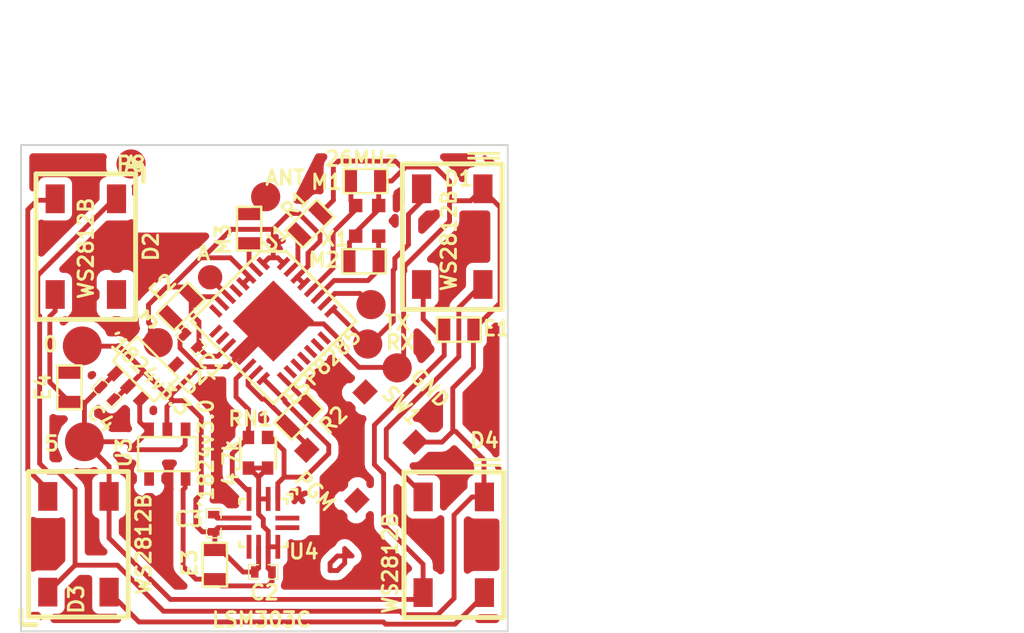
<source format=kicad_pcb>
(kicad_pcb (version 3) (host pcbnew "(2013-jul-07)-stable")

  (general
    (links 80)
    (no_connects 1)
    (area 34.611428 22.81 87.768572 55.9677)
    (thickness 1.6)
    (drawings 7)
    (tracks 346)
    (zones 0)
    (modules 33)
    (nets 20)
  )

  (page User 139.7 139.7)
  (layers
    (15 F.Cu signal)
    (0 B.Cu signal)
    (16 B.Adhes user)
    (17 F.Adhes user)
    (18 B.Paste user)
    (19 F.Paste user)
    (20 B.SilkS user)
    (21 F.SilkS user)
    (22 B.Mask user)
    (23 F.Mask user)
    (24 Dwgs.User user)
    (25 Cmts.User user)
    (26 Eco1.User user)
    (27 Eco2.User user)
    (28 Edge.Cuts user)
  )

  (setup
    (last_trace_width 0.254)
    (trace_clearance 0.2413)
    (zone_clearance 0.381)
    (zone_45_only no)
    (trace_min 0.254)
    (segment_width 0.2)
    (edge_width 0.1)
    (via_size 0.889)
    (via_drill 0.635)
    (via_min_size 0.889)
    (via_min_drill 0.508)
    (uvia_size 0.508)
    (uvia_drill 0.127)
    (uvias_allowed no)
    (uvia_min_size 0.508)
    (uvia_min_drill 0.127)
    (pcb_text_width 0.3)
    (pcb_text_size 1.5 1.5)
    (mod_edge_width 0.15)
    (mod_text_size 0.762 0.762)
    (mod_text_width 0.15)
    (pad_size 1.524 1.524)
    (pad_drill 0)
    (pad_to_mask_clearance 0)
    (aux_axis_origin 0 0)
    (visible_elements FFFFFFBF)
    (pcbplotparams
      (layerselection 32768)
      (usegerberextensions false)
      (excludeedgelayer true)
      (linewidth 0.150000)
      (plotframeref false)
      (viasonmask false)
      (mode 1)
      (useauxorigin false)
      (hpglpennumber 1)
      (hpglpenspeed 20)
      (hpglpendiameter 15)
      (hpglpenoverlay 2)
      (psnegative false)
      (psa4output false)
      (plotreference true)
      (plotvalue true)
      (plotothertext true)
      (plotinvisibletext false)
      (padsonsilk false)
      (subtractmaskfromsilk false)
      (outputformat 2)
      (mirror false)
      (drillshape 0)
      (scaleselection 1)
      (outputdirectory ""))
  )

  (net 0 "")
  (net 1 +2.5V)
  (net 2 +3.3V)
  (net 3 +5V)
  (net 4 GND)
  (net 5 N-0000010)
  (net 6 N-0000011)
  (net 7 N-0000012)
  (net 8 N-0000013)
  (net 9 N-0000017)
  (net 10 N-0000019)
  (net 11 N-000003)
  (net 12 N-0000034)
  (net 13 N-000004)
  (net 14 N-000006)
  (net 15 N-000007)
  (net 16 N-000008)
  (net 17 N-000009)
  (net 18 SCL)
  (net 19 SDA)

  (net_class Default "This is the default net class."
    (clearance 0.2413)
    (trace_width 0.254)
    (via_dia 0.889)
    (via_drill 0.635)
    (uvia_dia 0.508)
    (uvia_drill 0.127)
    (add_net "")
    (add_net +2.5V)
    (add_net +3.3V)
    (add_net +5V)
    (add_net GND)
    (add_net N-0000010)
    (add_net N-0000011)
    (add_net N-0000012)
    (add_net N-0000013)
    (add_net N-0000017)
    (add_net N-0000019)
    (add_net N-000003)
    (add_net N-0000034)
    (add_net N-000004)
    (add_net N-000006)
    (add_net N-000007)
    (add_net N-000008)
    (add_net N-000009)
    (add_net SCL)
    (add_net SDA)
  )

  (module WS2812B (layer F.Cu) (tedit 5771AF87) (tstamp 57716E60)
    (at 58.2422 51.3588 90)
    (path /57717100)
    (fp_text reference D4 (at 5.4483 1.4986 180) (layer F.SilkS)
      (effects (font (size 0.762 0.762) (thickness 0.15)))
    )
    (fp_text value WS2812B (at -0.9525 -3.4163 90) (layer F.SilkS)
      (effects (font (size 0.762 0.762) (thickness 0.15)))
    )
    (fp_line (start 4.45 1) (end 4.45 2.3) (layer F.SilkS) (width 0.15))
    (fp_line (start 4.15 2.3) (end 4.15 1) (layer F.SilkS) (width 0.15))
    (fp_line (start 3.79984 -2.70002) (end 3.79984 2.49936) (layer F.SilkS) (width 0.254))
    (fp_line (start 3.79984 2.49936) (end -3.79984 2.49936) (layer F.SilkS) (width 0.254))
    (fp_line (start -3.79984 2.49936) (end -3.79984 -2.70002) (layer F.SilkS) (width 0.254))
    (fp_line (start -3.79984 -2.70002) (end 3.79984 -2.70002) (layer F.SilkS) (width 0.254))
    (pad 1 smd rect (at -2.49936 -1.69926 90) (size 1.50114 1.00076)
      (layers F.Cu F.Paste F.Mask)
      (net 3 +5V)
    )
    (pad 2 smd rect (at -2.49936 1.50114 90) (size 1.50114 1.00076)
      (layers F.Cu F.Paste F.Mask)
      (net 7 N-0000012)
    )
    (pad 3 smd rect (at 2.49936 1.50114 90) (size 1.50114 1.00076)
      (layers F.Cu F.Paste F.Mask)
      (net 4 GND)
    )
    (pad 4 smd rect (at 2.49936 -1.69926 90) (size 1.50114 1.00076)
      (layers F.Cu F.Paste F.Mask)
      (net 6 N-0000011)
    )
  )

  (module WS2812B (layer F.Cu) (tedit 5771B4F9) (tstamp 576C25ED)
    (at 58.16346 35.26536 90)
    (path /576C2EA4)
    (fp_text reference D1 (at 3.03022 0.22606 180) (layer F.SilkS)
      (effects (font (size 0.762 0.762) (thickness 0.15)))
    )
    (fp_text value WS2812B (at -0.201 -0.275 90) (layer F.SilkS)
      (effects (font (size 0.762 0.762) (thickness 0.15)))
    )
    (fp_line (start 4.35 0.75) (end 4.35 2.35) (layer F.SilkS) (width 0.15))
    (fp_line (start 4.1 2.35) (end 4.1 0.75) (layer F.SilkS) (width 0.15))
    (fp_line (start 3.79984 -2.70002) (end 3.79984 2.49936) (layer F.SilkS) (width 0.254))
    (fp_line (start 3.79984 2.49936) (end -3.79984 2.49936) (layer F.SilkS) (width 0.254))
    (fp_line (start -3.79984 2.49936) (end -3.79984 -2.70002) (layer F.SilkS) (width 0.254))
    (fp_line (start -3.79984 -2.70002) (end 3.79984 -2.70002) (layer F.SilkS) (width 0.254))
    (pad 1 smd rect (at -2.49936 -1.69926 90) (size 1.50114 1.00076)
      (layers F.Cu F.Paste F.Mask)
      (net 3 +5V)
    )
    (pad 2 smd rect (at -2.49936 1.50114 90) (size 1.50114 1.00076)
      (layers F.Cu F.Paste F.Mask)
      (net 6 N-0000011)
    )
    (pad 3 smd rect (at 2.49936 1.50114 90) (size 1.50114 1.00076)
      (layers F.Cu F.Paste F.Mask)
      (net 4 GND)
    )
    (pad 4 smd rect (at 2.49936 -1.69926 90) (size 1.50114 1.00076)
      (layers F.Cu F.Paste F.Mask)
      (net 13 N-000004)
    )
  )

  (module TACTILE (layer F.Cu) (tedit 5771AFDF) (tstamp 576E2AC1)
    (at 53.3019 46.2788 45)
    (path /576C20E2)
    (fp_text reference SW1 (at 3.062267 -0.062862 135) (layer F.SilkS)
      (effects (font (size 0.762 0.762) (thickness 0.15)))
    )
    (fp_text value PGM (at -3.313715 -0.080822 135) (layer F.SilkS)
      (effects (font (size 0.762 0.762) (thickness 0.15)))
    )
    (pad 1 smd rect (at -2.1 -1.9 45) (size 1 0.9)
      (layers F.Cu F.Paste F.Mask)
      (net 16 N-000008)
    )
    (pad 2 smd rect (at 2.2 -1.9 45) (size 1 0.9)
      (layers F.Cu F.Paste F.Mask)
    )
    (pad 3 smd rect (at -2.1 1.8 45) (size 1 0.9)
      (layers F.Cu F.Paste F.Mask)
    )
    (pad 4 smd rect (at 2.2 1.8 45) (size 1 0.9)
      (layers F.Cu F.Paste F.Mask)
      (net 4 GND)
    )
  )

  (module SOT23-5 (layer F.Cu) (tedit 5772C71D) (tstamp 576E2ACE)
    (at 42.05732 42.17924 315)
    (path /576C1E1A)
    (attr smd)
    (fp_text reference U2 (at 2.203755 -1.305729 405) (layer F.SilkS)
      (effects (font (size 0.762 0.762) (thickness 0.15)))
    )
    (fp_text value '1824v3.3 (at 0.289164 0.062862 315) (layer F.SilkS)
      (effects (font (size 0.762 0.762) (thickness 0.15)))
    )
    (fp_line (start 1.524 -0.889) (end 1.524 0.889) (layer F.SilkS) (width 0.127))
    (fp_line (start 1.524 0.889) (end -1.524 0.889) (layer F.SilkS) (width 0.127))
    (fp_line (start -1.524 0.889) (end -1.524 -0.889) (layer F.SilkS) (width 0.127))
    (fp_line (start -1.524 -0.889) (end 1.524 -0.889) (layer F.SilkS) (width 0.127))
    (pad 1 smd rect (at -0.9525 1.27 315) (size 0.508 0.762)
      (layers F.Cu F.Paste F.Mask)
      (net 3 +5V)
    )
    (pad 3 smd rect (at 0.9525 1.27 315) (size 0.508 0.762)
      (layers F.Cu F.Paste F.Mask)
      (net 3 +5V)
    )
    (pad 5 smd rect (at -0.9525 -1.27 315) (size 0.508 0.762)
      (layers F.Cu F.Paste F.Mask)
      (net 2 +3.3V)
    )
    (pad 2 smd rect (at 0 1.27 315) (size 0.508 0.762)
      (layers F.Cu F.Paste F.Mask)
      (net 4 GND)
    )
    (pad 4 smd rect (at 0.9525 -1.27 315) (size 0.508 0.762)
      (layers F.Cu F.Paste F.Mask)
    )
    (model smd/SOT23_5.wrl
      (at (xyz 0 0 0))
      (scale (xyz 0.1 0.1 0.1))
      (rotate (xyz 0 0 0))
    )
  )

  (module SOT23-5 (layer F.Cu) (tedit 5771AFA1) (tstamp 576E2ADB)
    (at 43.19524 46.62424 180)
    (path /576C2330)
    (attr smd)
    (fp_text reference U3 (at 2.26822 0.0762 270) (layer F.SilkS)
      (effects (font (size 0.762 0.762) (thickness 0.15)))
    )
    (fp_text value '1824v3.0 (at -2.0193 0.03556 270) (layer F.SilkS)
      (effects (font (size 0.762 0.762) (thickness 0.15)))
    )
    (fp_line (start 1.524 -0.889) (end 1.524 0.889) (layer F.SilkS) (width 0.127))
    (fp_line (start 1.524 0.889) (end -1.524 0.889) (layer F.SilkS) (width 0.127))
    (fp_line (start -1.524 0.889) (end -1.524 -0.889) (layer F.SilkS) (width 0.127))
    (fp_line (start -1.524 -0.889) (end 1.524 -0.889) (layer F.SilkS) (width 0.127))
    (pad 1 smd rect (at -0.9525 1.27 180) (size 0.508 0.762)
      (layers F.Cu F.Paste F.Mask)
      (net 3 +5V)
    )
    (pad 3 smd rect (at 0.9525 1.27 180) (size 0.508 0.762)
      (layers F.Cu F.Paste F.Mask)
      (net 3 +5V)
    )
    (pad 5 smd rect (at -0.9525 -1.27 180) (size 0.508 0.762)
      (layers F.Cu F.Paste F.Mask)
      (net 1 +2.5V)
    )
    (pad 2 smd rect (at 0 1.27 180) (size 0.508 0.762)
      (layers F.Cu F.Paste F.Mask)
      (net 4 GND)
    )
    (pad 4 smd rect (at 0.9525 -1.27 180) (size 0.508 0.762)
      (layers F.Cu F.Paste F.Mask)
    )
    (model smd/SOT23_5.wrl
      (at (xyz 0 0 0))
      (scale (xyz 0.1 0.1 0.1))
      (rotate (xyz 0 0 0))
    )
  )

  (module SM0603 (layer F.Cu) (tedit 576C7D6B) (tstamp 576E2AE5)
    (at 47.4599 34.8488 270)
    (path /576C1959)
    (attr smd)
    (fp_text reference M3 (at 0.561443 1.351988 270) (layer F.SilkS)
      (effects (font (size 0.762 0.762) (thickness 0.15)))
    )
    (fp_text value 5.6p (at 0 0 270) (layer F.SilkS) hide
      (effects (font (size 0.762 0.762) (thickness 0.15)))
    )
    (fp_line (start -1.143 -0.635) (end 1.143 -0.635) (layer F.SilkS) (width 0.127))
    (fp_line (start 1.143 -0.635) (end 1.143 0.635) (layer F.SilkS) (width 0.127))
    (fp_line (start 1.143 0.635) (end -1.143 0.635) (layer F.SilkS) (width 0.127))
    (fp_line (start -1.143 0.635) (end -1.143 -0.635) (layer F.SilkS) (width 0.127))
    (pad 1 smd rect (at -0.762 0 270) (size 0.635 1.143)
      (layers F.Cu F.Paste F.Mask)
      (net 17 N-000009)
    )
    (pad 2 smd rect (at 0.762 0 270) (size 0.635 1.143)
      (layers F.Cu F.Paste F.Mask)
      (net 12 N-0000034)
    )
    (model smd\resistors\R0603.wrl
      (at (xyz 0 0 0.001))
      (scale (xyz 0.5 0.5 0.5))
      (rotate (xyz 0 0 0))
    )
  )

  (module SM0603 (layer F.Cu) (tedit 5771AE0A) (tstamp 576E2AF9)
    (at 50.04054 44.62272 225)
    (path /576C24A9)
    (attr smd)
    (fp_text reference R2 (at -1.129716 -1.449413 225) (layer F.SilkS)
      (effects (font (size 0.762 0.762) (thickness 0.15)))
    )
    (fp_text value 12k (at 0 0 225) (layer F.SilkS) hide
      (effects (font (size 0.762 0.762) (thickness 0.15)))
    )
    (fp_line (start -1.143 -0.635) (end 1.143 -0.635) (layer F.SilkS) (width 0.127))
    (fp_line (start 1.143 -0.635) (end 1.143 0.635) (layer F.SilkS) (width 0.127))
    (fp_line (start 1.143 0.635) (end -1.143 0.635) (layer F.SilkS) (width 0.127))
    (fp_line (start -1.143 0.635) (end -1.143 -0.635) (layer F.SilkS) (width 0.127))
    (pad 1 smd rect (at -0.762 0 225) (size 0.635 1.143)
      (layers F.Cu F.Paste F.Mask)
      (net 2 +3.3V)
    )
    (pad 2 smd rect (at 0.762 0 225) (size 0.635 1.143)
      (layers F.Cu F.Paste F.Mask)
      (net 16 N-000008)
    )
    (model smd\resistors\R0603.wrl
      (at (xyz 0 0 0.001))
      (scale (xyz 0.5 0.5 0.5))
      (rotate (xyz 0 0 0))
    )
  )

  (module QFN32 (layer F.Cu) (tedit 5771AFF1) (tstamp 576E2B24)
    (at 48.7299 39.6748 315)
    (descr "Support CMS Plcc 32 pins")
    (tags "CMS Plcc")
    (path /576C192F)
    (attr smd)
    (fp_text reference U1 (at -3.002998 -3.110761 405) (layer F.SilkS)
      (effects (font (size 0.762 0.762) (thickness 0.15)))
    )
    (fp_text value ESP8285 (at 3.502 -0.129 405) (layer F.SilkS)
      (effects (font (size 0.762 0.762) (thickness 0.15)))
    )
    (fp_line (start -2.0955 -3.048) (end 2.0955 -3.048) (layer F.SilkS) (width 0.1524))
    (fp_line (start 2.0955 -3.048) (end 3.048 -3.048) (layer F.SilkS) (width 0.1524))
    (fp_line (start 3.048 -3.048) (end 3.048 3.048) (layer F.SilkS) (width 0.1524))
    (fp_line (start 3.048 3.048) (end -3.048 3.048) (layer F.SilkS) (width 0.1524))
    (fp_line (start -3.048 3.048) (end -3.048 -2.0955) (layer F.SilkS) (width 0.1524))
    (fp_line (start -3.048 -2.0955) (end -2.0955 -3.048) (layer F.SilkS) (width 0.1524))
    (pad 31 smd rect (at -1.24968 -2.49936 315) (size 0.254 0.762)
      (layers F.Cu F.Paste F.Mask)
      (net 5 N-0000010)
    )
    (pad 30 smd rect (at -0.7493 -2.49936 315) (size 0.254 0.762)
      (layers F.Cu F.Paste F.Mask)
      (net 2 +3.3V)
    )
    (pad 29 smd rect (at -0.24892 -2.49936 315) (size 0.254 0.762)
      (layers F.Cu F.Paste F.Mask)
      (net 2 +3.3V)
    )
    (pad 32 smd rect (at -1.75006 -2.49936 315) (size 0.254 0.762)
      (layers F.Cu F.Paste F.Mask)
      (net 2 +3.3V)
    )
    (pad 1 smd rect (at -2.49936 -1.75006 45) (size 0.254 0.762)
      (layers F.Cu F.Paste F.Mask)
      (net 2 +3.3V)
    )
    (pad 2 smd rect (at -2.49936 -1.24968 45) (size 0.254 0.762)
      (layers F.Cu F.Paste F.Mask)
      (net 12 N-0000034)
    )
    (pad 3 smd rect (at -2.49936 -0.7493 45) (size 0.254 0.762)
      (layers F.Cu F.Paste F.Mask)
      (net 2 +3.3V)
    )
    (pad 4 smd rect (at -2.49936 -0.24892 45) (size 0.254 0.762)
      (layers F.Cu F.Paste F.Mask)
      (net 2 +3.3V)
    )
    (pad 5 smd rect (at -2.49936 0.24892 45) (size 0.254 0.762)
      (layers F.Cu F.Paste F.Mask)
    )
    (pad 6 smd rect (at -2.49936 0.7493 45) (size 0.254 0.762)
      (layers F.Cu F.Paste F.Mask)
      (net 15 N-000007)
    )
    (pad 7 smd rect (at -2.49936 1.24968 45) (size 0.254 0.762)
      (layers F.Cu F.Paste F.Mask)
      (net 2 +3.3V)
    )
    (pad 8 smd rect (at -2.49936 1.75006 45) (size 0.254 0.762)
      (layers F.Cu F.Paste F.Mask)
    )
    (pad 16 smd rect (at 1.75006 2.49936 315) (size 0.254 0.762)
      (layers F.Cu F.Paste F.Mask)
      (net 18 SCL)
    )
    (pad 9 smd rect (at -1.75006 2.49936 315) (size 0.254 0.762)
      (layers F.Cu F.Paste F.Mask)
    )
    (pad 10 smd rect (at -1.24968 2.49936 315) (size 0.254 0.762)
      (layers F.Cu F.Paste F.Mask)
    )
    (pad 11 smd rect (at -0.7493 2.49936 315) (size 0.254 0.762)
      (layers F.Cu F.Paste F.Mask)
      (net 2 +3.3V)
    )
    (pad 12 smd rect (at -0.24892 2.49936 315) (size 0.254 0.762)
      (layers F.Cu F.Paste F.Mask)
      (net 4 GND)
    )
    (pad 13 smd rect (at 0.24892 2.49936 315) (size 0.254 0.762)
      (layers F.Cu F.Paste F.Mask)
      (net 4 GND)
    )
    (pad 14 smd rect (at 0.7493 2.49936 315) (size 0.254 0.762)
      (layers F.Cu F.Paste F.Mask)
      (net 19 SDA)
    )
    (pad 15 smd rect (at 1.24968 2.49936 315) (size 0.254 0.762)
      (layers F.Cu F.Paste F.Mask)
      (net 16 N-000008)
    )
    (pad 17 smd rect (at 2.49936 1.75006 45) (size 0.254 0.762)
      (layers F.Cu F.Paste F.Mask)
      (net 2 +3.3V)
    )
    (pad 18 smd rect (at 2.49936 1.24968 45) (size 0.254 0.762)
      (layers F.Cu F.Paste F.Mask)
    )
    (pad 19 smd rect (at 2.49936 0.7493 45) (size 0.254 0.762)
      (layers F.Cu F.Paste F.Mask)
    )
    (pad 20 smd rect (at 2.49936 0.24892 45) (size 0.254 0.762)
      (layers F.Cu F.Paste F.Mask)
    )
    (pad 21 smd rect (at 2.49936 -0.24892 45) (size 0.254 0.762)
      (layers F.Cu F.Paste F.Mask)
    )
    (pad 22 smd rect (at 2.49936 -0.7493 45) (size 0.254 0.762)
      (layers F.Cu F.Paste F.Mask)
    )
    (pad 23 smd rect (at 2.49936 -1.24968 45) (size 0.254 0.762)
      (layers F.Cu F.Paste F.Mask)
    )
    (pad 24 smd rect (at 2.49936 -1.75006 45) (size 0.254 0.762)
      (layers F.Cu F.Paste F.Mask)
      (net 4 GND)
    )
    (pad 25 smd rect (at 1.75006 -2.49936 315) (size 0.254 0.762)
      (layers F.Cu F.Paste F.Mask)
      (net 13 N-000004)
    )
    (pad 26 smd rect (at 1.24968 -2.49936 315) (size 0.254 0.762)
      (layers F.Cu F.Paste F.Mask)
      (net 10 N-0000019)
    )
    (pad 27 smd rect (at 0.7493 -2.49936 315) (size 0.254 0.762)
      (layers F.Cu F.Paste F.Mask)
      (net 11 N-000003)
    )
    (pad 28 smd rect (at 0.24892 -2.49936 315) (size 0.254 0.762)
      (layers F.Cu F.Paste F.Mask)
      (net 9 N-0000017)
    )
    (pad 33 smd rect (at 0 0 315) (size 2.99974 2.99974)
      (layers F.Cu F.Paste F.Mask)
      (net 4 GND)
    )
  )

  (module 12LGA (layer F.Cu) (tedit 5771AFE3) (tstamp 576E2B5E)
    (at 48.2092 50.2158 270)
    (path /576C1920)
    (fp_text reference U4 (at 1.4986 -2.1082 360) (layer F.SilkS)
      (effects (font (size 0.762 0.762) (thickness 0.15)))
    )
    (fp_text value LSM303C (at 5.0546 0.1016 360) (layer F.SilkS)
      (effects (font (size 0.762 0.762) (thickness 0.15)))
    )
    (fp_line (start -1.75 -1.5) (end -1.75 -1.75) (layer F.SilkS) (width 0.15))
    (fp_line (start -1.75 -1.75) (end -1.5 -1.75) (layer F.SilkS) (width 0.15))
    (fp_line (start -1.5 -1.25) (end -1.5 -1.5) (layer F.SilkS) (width 0.15))
    (fp_line (start -1.5 -1.5) (end -1.25 -1.5) (layer F.SilkS) (width 0.15))
    (fp_line (start -1 1.25) (end -1.25 1.25) (layer F.SilkS) (width 0.15))
    (fp_line (start -1.25 1.25) (end -1.25 1) (layer F.SilkS) (width 0.15))
    (fp_line (start 1.25 1) (end 1.25 1.25) (layer F.SilkS) (width 0.15))
    (fp_line (start 1.25 1.25) (end 1 1.25) (layer F.SilkS) (width 0.15))
    (fp_line (start 1 -1.25) (end 1.25 -1.25) (layer F.SilkS) (width 0.15))
    (fp_line (start 1.25 -1.25) (end 1.25 -1) (layer F.SilkS) (width 0.15))
    (fp_line (start -1.25 -1) (end -1.25 -1.25) (layer F.SilkS) (width 0.15))
    (fp_line (start -1.25 -1.25) (end -1 -1.25) (layer F.SilkS) (width 0.15))
    (pad 1 smd rect (at -1.25 -0.75 270) (size 1.25 0.25)
      (layers F.Cu F.Paste F.Mask)
      (net 18 SCL)
    )
    (pad 2 smd rect (at -1.25 -0.25 270) (size 1.25 0.25)
      (layers F.Cu F.Paste F.Mask)
      (net 1 +2.5V)
    )
    (pad 3 smd rect (at -1.25 0.25 270) (size 1.25 0.25)
      (layers F.Cu F.Paste F.Mask)
      (net 1 +2.5V)
    )
    (pad 4 smd rect (at -1.25 0.75 270) (size 1.25 0.25)
      (layers F.Cu F.Paste F.Mask)
      (net 19 SDA)
    )
    (pad 5 smd rect (at -0.25 1.25 270) (size 0.25 1.25)
      (layers F.Cu F.Paste F.Mask)
      (net 14 N-000006)
    )
    (pad 6 smd rect (at 0.25 1.25 270) (size 0.25 1.25)
      (layers F.Cu F.Paste F.Mask)
      (net 4 GND)
    )
    (pad 7 smd rect (at 1.25 0.75 270) (size 1.25 0.25)
      (layers F.Cu F.Paste F.Mask)
    )
    (pad 8 smd rect (at 1.25 0.25 270) (size 1.25 0.25)
      (layers F.Cu F.Paste F.Mask)
      (net 4 GND)
    )
    (pad 9 smd rect (at 1.25 -0.25 270) (size 1.25 0.25)
      (layers F.Cu F.Paste F.Mask)
      (net 1 +2.5V)
    )
    (pad 10 smd rect (at 1.25 -0.75 270) (size 1.25 0.25)
      (layers F.Cu F.Paste F.Mask)
      (net 1 +2.5V)
    )
    (pad 11 smd rect (at 0.25 -1.25 270) (size 0.25 1.25)
      (layers F.Cu F.Paste F.Mask)
    )
    (pad 12 smd rect (at -0.25 -1.25 270) (size 0.25 1.25)
      (layers F.Cu F.Paste F.Mask)
    )
  )

  (module .1SMTPIN (layer F.Cu) (tedit 5771B4E3) (tstamp 576E2B63)
    (at 48.32604 33.18256)
    (path /576C1D0E)
    (fp_text reference P4 (at 0 0) (layer F.SilkS) hide
      (effects (font (size 0.762 0.762) (thickness 0.15)))
    )
    (fp_text value ANT (at 1.01346 -0.98552) (layer F.SilkS)
      (effects (font (size 0.762 0.762) (thickness 0.15)))
    )
    (pad 1 smd circle (at 0 0) (size 1.524 1.524)
      (layers F.Cu F.Paste F.Mask)
      (net 17 N-000009)
    )
  )

  (module .1SMTPIN (layer F.Cu) (tedit 5771B4C8) (tstamp 576E2B68)
    (at 53.82514 38.81628)
    (path /576C2572)
    (fp_text reference P2 (at -0.07 1.6 90) (layer F.SilkS) hide
      (effects (font (size 0.762 0.762) (thickness 0.15)))
    )
    (fp_text value TX (at 1.36398 0.95758) (layer F.SilkS)
      (effects (font (size 0.762 0.762) (thickness 0.15)))
    )
    (pad 1 smd circle (at 0 0) (size 1.524 1.524)
      (layers F.Cu F.Paste F.Mask)
      (net 10 N-0000019)
    )
  )

  (module .1SMTPIN (layer F.Cu) (tedit 5771B4D0) (tstamp 576C3082)
    (at 53.65242 40.87368)
    (path /576C2578)
    (fp_text reference P1 (at 0 0) (layer F.SilkS) hide
      (effects (font (size 0.762 0.762) (thickness 0.15)))
    )
    (fp_text value RX (at 1.69418 -0.08128) (layer F.SilkS)
      (effects (font (size 0.762 0.762) (thickness 0.15)))
    )
    (pad 1 smd circle (at 0 0) (size 1.524 1.524)
      (layers F.Cu F.Paste F.Mask)
      (net 13 N-000004)
    )
  )

  (module .1SMTPIN (layer F.Cu) (tedit 5771AF59) (tstamp 576E2B72)
    (at 55.18912 42.12082 45)
    (path /576C257E)
    (fp_text reference P3 (at 0 0 45) (layer F.SilkS) hide
      (effects (font (size 0.762 0.762) (thickness 0.15)))
    )
    (fp_text value GND (at 0.454401 1.959492 135) (layer F.SilkS)
      (effects (font (size 0.762 0.762) (thickness 0.15)))
    )
    (pad 1 smd circle (at 0 0 90) (size 1.524 1.524)
      (layers F.Cu F.Paste F.Mask)
      (net 4 GND)
    )
  )

  (module XTAL4TINY (layer F.Cu) (tedit 5771B4F4) (tstamp 576C2761)
    (at 53.62448 34.43986 270)
    (path /576C19C1)
    (fp_text reference X1 (at 0.94234 1.6891 360) (layer F.SilkS)
      (effects (font (size 0.762 0.762) (thickness 0.15)))
    )
    (fp_text value 26MHz (at -3.23596 0.32004 360) (layer F.SilkS)
      (effects (font (size 0.762 0.762) (thickness 0.15)))
    )
    (pad 1 smd rect (at -0.8 0.6 270) (size 0.7 0.7)
      (layers F.Cu F.Paste F.Mask)
      (net 9 N-0000017)
    )
    (pad 2 smd rect (at 0.8 -0.6 270) (size 0.7 0.7)
      (layers F.Cu F.Paste F.Mask)
      (net 11 N-000003)
    )
    (pad 3 smd rect (at -0.8 -0.6 270) (size 0.7 0.7)
      (layers F.Cu F.Paste F.Mask)
      (net 4 GND)
    )
    (pad 4 smd rect (at 0.8 0.6 270) (size 0.7 0.7)
      (layers F.Cu F.Paste F.Mask)
      (net 4 GND)
    )
  )

  (module SM0603 (layer F.Cu) (tedit 576C540A) (tstamp 576E2AEF)
    (at 50.6349 34.58972 225)
    (path /576C1B09)
    (attr smd)
    (fp_text reference R1 (at -0.15 1.253 225) (layer F.SilkS)
      (effects (font (size 0.762 0.762) (thickness 0.15)))
    )
    (fp_text value 12k (at 0 0 225) (layer F.SilkS) hide
      (effects (font (size 0.762 0.762) (thickness 0.15)))
    )
    (fp_line (start -1.143 -0.635) (end 1.143 -0.635) (layer F.SilkS) (width 0.127))
    (fp_line (start 1.143 -0.635) (end 1.143 0.635) (layer F.SilkS) (width 0.127))
    (fp_line (start 1.143 0.635) (end -1.143 0.635) (layer F.SilkS) (width 0.127))
    (fp_line (start -1.143 0.635) (end -1.143 -0.635) (layer F.SilkS) (width 0.127))
    (pad 1 smd rect (at -0.762 0 225) (size 0.635 1.143)
      (layers F.Cu F.Paste F.Mask)
      (net 4 GND)
    )
    (pad 2 smd rect (at 0.762 0 225) (size 0.635 1.143)
      (layers F.Cu F.Paste F.Mask)
      (net 5 N-0000010)
    )
    (model smd\resistors\R0603.wrl
      (at (xyz 0 0 0.001))
      (scale (xyz 0.5 0.5 0.5))
      (rotate (xyz 0 0 0))
    )
  )

  (module .1SMTPIN (layer F.Cu) (tedit 5771AFB6) (tstamp 576C3DA8)
    (at 45.4279 37.3888)
    (path /576C2F50)
    (fp_text reference P5 (at 0.56 -1.13) (layer F.SilkS) hide
      (effects (font (size 0.762 0.762) (thickness 0.15)))
    )
    (fp_text value A (at -0.3429 -1.27) (layer F.SilkS)
      (effects (font (size 0.762 0.762) (thickness 0.15)))
    )
    (pad 1 smd circle (at 0 0) (size 1.27 1.27)
      (layers F.Cu F.Paste F.Mask)
      (net 15 N-000007)
    )
  )

  (module NETWORK0606 (layer F.Cu) (tedit 5771AF21) (tstamp 576C3430)
    (at 47.92726 46.55312 270)
    (path /576C254F)
    (fp_text reference RN1 (at -1.77292 0.40386 360) (layer F.SilkS)
      (effects (font (size 0.762 0.762) (thickness 0.15)))
    )
    (fp_text value 4.7k (at 0.5461 1.42494 270) (layer F.SilkS)
      (effects (font (size 0.762 0.762) (thickness 0.15)))
    )
    (fp_line (start 0.8 -0.93) (end -0.8 -0.93) (layer F.SilkS) (width 0.15))
    (fp_line (start -0.78 0.93) (end 0.82 0.93) (layer F.SilkS) (width 0.15))
    (pad 1 smd rect (at -0.8 -0.5 270) (size 0.7 0.6)
      (layers F.Cu F.Paste F.Mask)
      (net 18 SCL)
    )
    (pad 2 smd rect (at 0.8 -0.5 270) (size 0.7 0.6)
      (layers F.Cu F.Paste F.Mask)
      (net 1 +2.5V)
    )
    (pad 3 smd rect (at -0.8 0.5 270) (size 0.7 0.6)
      (layers F.Cu F.Paste F.Mask)
      (net 19 SDA)
    )
    (pad 4 smd rect (at 0.8 0.5 270) (size 0.7 0.6)
      (layers F.Cu F.Paste F.Mask)
      (net 1 +2.5V)
    )
  )

  (module SM0603 (layer F.Cu) (tedit 576C54EC) (tstamp 576C36B8)
    (at 45.67428 52.39512 270)
    (path /576C36BE)
    (attr smd)
    (fp_text reference E3 (at -0.08 1.32 270) (layer F.SilkS)
      (effects (font (size 0.762 0.762) (thickness 0.15)))
    )
    (fp_text value 10u (at 0 0 270) (layer F.SilkS) hide
      (effects (font (size 0.762 0.762) (thickness 0.15)))
    )
    (fp_line (start -1.143 -0.635) (end 1.143 -0.635) (layer F.SilkS) (width 0.127))
    (fp_line (start 1.143 -0.635) (end 1.143 0.635) (layer F.SilkS) (width 0.127))
    (fp_line (start 1.143 0.635) (end -1.143 0.635) (layer F.SilkS) (width 0.127))
    (fp_line (start -1.143 0.635) (end -1.143 -0.635) (layer F.SilkS) (width 0.127))
    (pad 1 smd rect (at -0.762 0 270) (size 0.635 1.143)
      (layers F.Cu F.Paste F.Mask)
      (net 4 GND)
    )
    (pad 2 smd rect (at 0.762 0 270) (size 0.635 1.143)
      (layers F.Cu F.Paste F.Mask)
      (net 1 +2.5V)
    )
    (model smd\resistors\R0603.wrl
      (at (xyz 0 0 0.001))
      (scale (xyz 0.5 0.5 0.5))
      (rotate (xyz 0 0 0))
    )
  )

  (module SM0603 (layer F.Cu) (tedit 5771AFBE) (tstamp 576C36C2)
    (at 43.9039 38.9128 45)
    (path /576C3722)
    (attr smd)
    (fp_text reference E2 (at 0.044901 -1.39194 45) (layer F.SilkS)
      (effects (font (size 0.762 0.762) (thickness 0.15)))
    )
    (fp_text value 10u (at 0 0 45) (layer F.SilkS) hide
      (effects (font (size 0.762 0.762) (thickness 0.15)))
    )
    (fp_line (start -1.143 -0.635) (end 1.143 -0.635) (layer F.SilkS) (width 0.127))
    (fp_line (start 1.143 -0.635) (end 1.143 0.635) (layer F.SilkS) (width 0.127))
    (fp_line (start 1.143 0.635) (end -1.143 0.635) (layer F.SilkS) (width 0.127))
    (fp_line (start -1.143 0.635) (end -1.143 -0.635) (layer F.SilkS) (width 0.127))
    (pad 1 smd rect (at -0.762 0 45) (size 0.635 1.143)
      (layers F.Cu F.Paste F.Mask)
      (net 4 GND)
    )
    (pad 2 smd rect (at 0.762 0 45) (size 0.635 1.143)
      (layers F.Cu F.Paste F.Mask)
      (net 2 +3.3V)
    )
    (model smd\resistors\R0603.wrl
      (at (xyz 0 0 0.001))
      (scale (xyz 0.5 0.5 0.5))
      (rotate (xyz 0 0 0))
    )
  )

  (module SM0603 (layer F.Cu) (tedit 576D4973) (tstamp 576C36CC)
    (at 58.4073 40.1193 180)
    (path /576C372A)
    (attr smd)
    (fp_text reference E1 (at -1.97 0.06 180) (layer F.SilkS)
      (effects (font (size 0.762 0.762) (thickness 0.15)))
    )
    (fp_text value 10u (at 0 0 180) (layer F.SilkS) hide
      (effects (font (size 0.762 0.762) (thickness 0.15)))
    )
    (fp_line (start -1.143 -0.635) (end 1.143 -0.635) (layer F.SilkS) (width 0.127))
    (fp_line (start 1.143 -0.635) (end 1.143 0.635) (layer F.SilkS) (width 0.127))
    (fp_line (start 1.143 0.635) (end -1.143 0.635) (layer F.SilkS) (width 0.127))
    (fp_line (start -1.143 0.635) (end -1.143 -0.635) (layer F.SilkS) (width 0.127))
    (pad 1 smd rect (at -0.762 0 180) (size 0.635 1.143)
      (layers F.Cu F.Paste F.Mask)
      (net 4 GND)
    )
    (pad 2 smd rect (at 0.762 0 180) (size 0.635 1.143)
      (layers F.Cu F.Paste F.Mask)
      (net 3 +5V)
    )
    (model smd\resistors\R0603.wrl
      (at (xyz 0 0 0.001))
      (scale (xyz 0.5 0.5 0.5))
      (rotate (xyz 0 0 0))
    )
  )

  (module SM0402 (layer F.Cu) (tedit 5771AFB2) (tstamp 576C36D8)
    (at 44.4373 40.6908 315)
    (path /576C2DFD)
    (attr smd)
    (fp_text reference C1 (at 1.661347 0.206546 315) (layer F.SilkS)
      (effects (font (size 0.762 0.762) (thickness 0.15)))
    )
    (fp_text value .1u (at 0.09906 0 315) (layer F.SilkS) hide
      (effects (font (size 0.762 0.762) (thickness 0.15)))
    )
    (fp_line (start -0.254 -0.381) (end -0.762 -0.381) (layer F.SilkS) (width 0.07112))
    (fp_line (start -0.762 -0.381) (end -0.762 0.381) (layer F.SilkS) (width 0.07112))
    (fp_line (start -0.762 0.381) (end -0.254 0.381) (layer F.SilkS) (width 0.07112))
    (fp_line (start 0.254 -0.381) (end 0.762 -0.381) (layer F.SilkS) (width 0.07112))
    (fp_line (start 0.762 -0.381) (end 0.762 0.381) (layer F.SilkS) (width 0.07112))
    (fp_line (start 0.762 0.381) (end 0.254 0.381) (layer F.SilkS) (width 0.07112))
    (pad 1 smd rect (at -0.44958 0 315) (size 0.39878 0.59944)
      (layers F.Cu F.Paste F.Mask)
      (net 4 GND)
    )
    (pad 2 smd rect (at 0.44958 0 315) (size 0.39878 0.59944)
      (layers F.Cu F.Paste F.Mask)
      (net 2 +3.3V)
    )
    (model smd\chip_cms.wrl
      (at (xyz 0 0 0.002))
      (scale (xyz 0.05 0.05 0.05))
      (rotate (xyz 0 0 0))
    )
  )

  (module SM0402 (layer F.Cu) (tedit 576C54F1) (tstamp 576C36E4)
    (at 48.20412 52.7812)
    (path /576C35FC)
    (attr smd)
    (fp_text reference C2 (at 0.06 1.07) (layer F.SilkS)
      (effects (font (size 0.762 0.762) (thickness 0.15)))
    )
    (fp_text value .1u (at 0.09906 0) (layer F.SilkS) hide
      (effects (font (size 0.762 0.762) (thickness 0.15)))
    )
    (fp_line (start -0.254 -0.381) (end -0.762 -0.381) (layer F.SilkS) (width 0.07112))
    (fp_line (start -0.762 -0.381) (end -0.762 0.381) (layer F.SilkS) (width 0.07112))
    (fp_line (start -0.762 0.381) (end -0.254 0.381) (layer F.SilkS) (width 0.07112))
    (fp_line (start 0.254 -0.381) (end 0.762 -0.381) (layer F.SilkS) (width 0.07112))
    (fp_line (start 0.762 -0.381) (end 0.762 0.381) (layer F.SilkS) (width 0.07112))
    (fp_line (start 0.762 0.381) (end 0.254 0.381) (layer F.SilkS) (width 0.07112))
    (pad 1 smd rect (at -0.44958 0) (size 0.39878 0.59944)
      (layers F.Cu F.Paste F.Mask)
      (net 4 GND)
    )
    (pad 2 smd rect (at 0.44958 0) (size 0.39878 0.59944)
      (layers F.Cu F.Paste F.Mask)
      (net 1 +2.5V)
    )
    (model smd\chip_cms.wrl
      (at (xyz 0 0 0.002))
      (scale (xyz 0.05 0.05 0.05))
      (rotate (xyz 0 0 0))
    )
  )

  (module SM0402 (layer F.Cu) (tedit 576D4C7C) (tstamp 576C36F0)
    (at 45.6184 50.23358 90)
    (path /576C3610)
    (attr smd)
    (fp_text reference C3 (at 0.21 -1.3 180) (layer F.SilkS)
      (effects (font (size 0.762 0.762) (thickness 0.15)))
    )
    (fp_text value .1u (at 0.09906 0 90) (layer F.SilkS) hide
      (effects (font (size 0.762 0.762) (thickness 0.15)))
    )
    (fp_line (start -0.254 -0.381) (end -0.762 -0.381) (layer F.SilkS) (width 0.07112))
    (fp_line (start -0.762 -0.381) (end -0.762 0.381) (layer F.SilkS) (width 0.07112))
    (fp_line (start -0.762 0.381) (end -0.254 0.381) (layer F.SilkS) (width 0.07112))
    (fp_line (start 0.254 -0.381) (end 0.762 -0.381) (layer F.SilkS) (width 0.07112))
    (fp_line (start 0.762 -0.381) (end 0.762 0.381) (layer F.SilkS) (width 0.07112))
    (fp_line (start 0.762 0.381) (end 0.254 0.381) (layer F.SilkS) (width 0.07112))
    (pad 1 smd rect (at -0.44958 0 90) (size 0.39878 0.59944)
      (layers F.Cu F.Paste F.Mask)
      (net 4 GND)
    )
    (pad 2 smd rect (at 0.44958 0 90) (size 0.39878 0.59944)
      (layers F.Cu F.Paste F.Mask)
      (net 14 N-000006)
    )
    (model smd\chip_cms.wrl
      (at (xyz 0 0 0.002))
      (scale (xyz 0.05 0.05 0.05))
      (rotate (xyz 0 0 0))
    )
  )

  (module .1SMTPIN (layer F.Cu) (tedit 5771AF1B) (tstamp 5771AD5E)
    (at 38.86708 45.97908)
    (path /576C373C)
    (fp_text reference P7 (at 0 0) (layer F.SilkS) hide
      (effects (font (size 0.762 0.762) (thickness 0.15)))
    )
    (fp_text value 5 (at -1.70688 0.09652) (layer F.SilkS)
      (effects (font (size 0.762 0.762) (thickness 0.15)))
    )
    (pad 1 smd circle (at 0 0) (size 2.032 2.032)
      (layers F.Cu F.Paste F.Mask)
      (net 3 +5V)
    )
  )

  (module .1SMTPIN (layer F.Cu) (tedit 5771AF17) (tstamp 5771AC6A)
    (at 38.75532 40.97274)
    (path /576C377C)
    (fp_text reference P6 (at 0 0) (layer F.SilkS) hide
      (effects (font (size 0.762 0.762) (thickness 0.15)))
    )
    (fp_text value 0 (at -1.67132 -0.07874) (layer F.SilkS)
      (effects (font (size 0.762 0.762) (thickness 0.15)))
    )
    (pad 1 smd circle (at 0 0) (size 2.032 2.032)
      (layers F.Cu F.Paste F.Mask)
      (net 4 GND)
    )
  )

  (module SM0402 (layer F.Cu) (tedit 5771AFA5) (tstamp 576D477B)
    (at 40.04056 43.4467 135)
    (path /576D49A4)
    (attr smd)
    (fp_text reference C4 (at -0.698664 -1.147677 135) (layer F.SilkS)
      (effects (font (size 0.762 0.762) (thickness 0.15)))
    )
    (fp_text value .1u (at 0.09906 0 135) (layer F.SilkS) hide
      (effects (font (size 0.762 0.762) (thickness 0.15)))
    )
    (fp_line (start -0.254 -0.381) (end -0.762 -0.381) (layer F.SilkS) (width 0.07112))
    (fp_line (start -0.762 -0.381) (end -0.762 0.381) (layer F.SilkS) (width 0.07112))
    (fp_line (start -0.762 0.381) (end -0.254 0.381) (layer F.SilkS) (width 0.07112))
    (fp_line (start 0.254 -0.381) (end 0.762 -0.381) (layer F.SilkS) (width 0.07112))
    (fp_line (start 0.762 -0.381) (end 0.762 0.381) (layer F.SilkS) (width 0.07112))
    (fp_line (start 0.762 0.381) (end 0.254 0.381) (layer F.SilkS) (width 0.07112))
    (pad 1 smd rect (at -0.44958 0 135) (size 0.39878 0.59944)
      (layers F.Cu F.Paste F.Mask)
      (net 4 GND)
    )
    (pad 2 smd rect (at 0.44958 0 135) (size 0.39878 0.59944)
      (layers F.Cu F.Paste F.Mask)
      (net 3 +5V)
    )
    (model smd\chip_cms.wrl
      (at (xyz 0 0 0.002))
      (scale (xyz 0.05 0.05 0.05))
      (rotate (xyz 0 0 0))
    )
  )

  (module WS2812B (layer F.Cu) (tedit 5771AF9C) (tstamp 57716E6F)
    (at 38.4556 51.3334 270)
    (path /5771711E)
    (fp_text reference D3 (at 2.8702 0.01016 270) (layer F.SilkS)
      (effects (font (size 0.762 0.762) (thickness 0.15)))
    )
    (fp_text value WS2812B (at 0 -3.50012 270) (layer F.SilkS)
      (effects (font (size 0.762 0.762) (thickness 0.15)))
    )
    (fp_line (start 4.09956 2.90068) (end 4.20116 2.79908) (layer F.SilkS) (width 0.254))
    (fp_line (start 4.20116 2.79908) (end 4.20116 2.10058) (layer F.SilkS) (width 0.254))
    (fp_line (start 3.40106 2.90068) (end 4.09956 2.90068) (layer F.SilkS) (width 0.254))
    (fp_line (start 3.79984 -2.70002) (end 3.79984 2.49936) (layer F.SilkS) (width 0.254))
    (fp_line (start 3.79984 2.49936) (end -3.79984 2.49936) (layer F.SilkS) (width 0.254))
    (fp_line (start -3.79984 2.49936) (end -3.79984 -2.70002) (layer F.SilkS) (width 0.254))
    (fp_line (start -3.79984 -2.70002) (end 3.79984 -2.70002) (layer F.SilkS) (width 0.254))
    (pad 1 smd rect (at -2.49936 -1.69926 270) (size 1.50114 1.00076)
      (layers F.Cu F.Paste F.Mask)
      (net 3 +5V)
    )
    (pad 2 smd rect (at -2.49936 1.50114 270) (size 1.50114 1.00076)
      (layers F.Cu F.Paste F.Mask)
      (net 8 N-0000013)
    )
    (pad 3 smd rect (at 2.49936 1.50114 270) (size 1.50114 1.00076)
      (layers F.Cu F.Paste F.Mask)
      (net 4 GND)
    )
    (pad 4 smd rect (at 2.49936 -1.69926 270) (size 1.50114 1.00076)
      (layers F.Cu F.Paste F.Mask)
      (net 7 N-0000012)
    )
  )

  (module WS2812B (layer F.Cu) (tedit 5771AFD3) (tstamp 57716E7E)
    (at 39.0398 35.7886 90)
    (path /57717131)
    (fp_text reference D2 (at 0 3.29946 90) (layer F.SilkS)
      (effects (font (size 0.762 0.762) (thickness 0.15)))
    )
    (fp_text value WS2812B (at -0.08636 -0.09144 90) (layer F.SilkS)
      (effects (font (size 0.762 0.762) (thickness 0.15)))
    )
    (fp_line (start 4.09956 2.90068) (end 4.20116 2.79908) (layer F.SilkS) (width 0.254))
    (fp_line (start 4.20116 2.79908) (end 4.20116 2.10058) (layer F.SilkS) (width 0.254))
    (fp_line (start 3.40106 2.90068) (end 4.09956 2.90068) (layer F.SilkS) (width 0.254))
    (fp_line (start 3.79984 -2.70002) (end 3.79984 2.49936) (layer F.SilkS) (width 0.254))
    (fp_line (start 3.79984 2.49936) (end -3.79984 2.49936) (layer F.SilkS) (width 0.254))
    (fp_line (start -3.79984 2.49936) (end -3.79984 -2.70002) (layer F.SilkS) (width 0.254))
    (fp_line (start -3.79984 -2.70002) (end 3.79984 -2.70002) (layer F.SilkS) (width 0.254))
    (pad 1 smd rect (at -2.49936 -1.69926 90) (size 1.50114 1.00076)
      (layers F.Cu F.Paste F.Mask)
      (net 3 +5V)
    )
    (pad 2 smd rect (at -2.49936 1.50114 90) (size 1.50114 1.00076)
      (layers F.Cu F.Paste F.Mask)
    )
    (pad 3 smd rect (at 2.49936 1.50114 90) (size 1.50114 1.00076)
      (layers F.Cu F.Paste F.Mask)
      (net 4 GND)
    )
    (pad 4 smd rect (at 2.49936 -1.69926 90) (size 1.50114 1.00076)
      (layers F.Cu F.Paste F.Mask)
      (net 8 N-0000013)
    )
  )

  (module .1SMTPIN (layer F.Cu) (tedit 5771A8BC) (tstamp 5771A8AE)
    (at 41.3004 31.4706)
    (path /5771AAEC)
    (fp_text reference P8 (at 0 0) (layer F.SilkS)
      (effects (font (size 0.762 0.762) (thickness 0.15)))
    )
    (fp_text value A (at 0 0) (layer F.SilkS)
      (effects (font (size 0.762 0.762) (thickness 0.15)))
    )
    (pad 1 smd circle (at 0 0) (size 1.524 1.524)
      (layers F.Cu F.Paste F.Mask)
    )
  )

  (module SM0603 (layer F.Cu) (tedit 5771AF11) (tstamp 5771ADB3)
    (at 38.08476 43.13682 270)
    (path /5771ADA8)
    (attr smd)
    (fp_text reference E4 (at -0.00762 1.38176 270) (layer F.SilkS)
      (effects (font (size 0.762 0.762) (thickness 0.15)))
    )
    (fp_text value 10u (at 0 0 270) (layer F.SilkS) hide
      (effects (font (size 0.762 0.762) (thickness 0.15)))
    )
    (fp_line (start -1.143 -0.635) (end 1.143 -0.635) (layer F.SilkS) (width 0.127))
    (fp_line (start 1.143 -0.635) (end 1.143 0.635) (layer F.SilkS) (width 0.127))
    (fp_line (start 1.143 0.635) (end -1.143 0.635) (layer F.SilkS) (width 0.127))
    (fp_line (start -1.143 0.635) (end -1.143 -0.635) (layer F.SilkS) (width 0.127))
    (pad 1 smd rect (at -0.762 0 270) (size 0.635 1.143)
      (layers F.Cu F.Paste F.Mask)
      (net 4 GND)
    )
    (pad 2 smd rect (at 0.762 0 270) (size 0.635 1.143)
      (layers F.Cu F.Paste F.Mask)
      (net 3 +5V)
    )
    (model smd\resistors\R0603.wrl
      (at (xyz 0 0 0.001))
      (scale (xyz 0.5 0.5 0.5))
      (rotate (xyz 0 0 0))
    )
  )

  (module SM0603 (layer F.Cu) (tedit 5771B4E1) (tstamp 576C2BBA)
    (at 53.53812 32.3596)
    (path /576C2FB6)
    (attr smd)
    (fp_text reference M1 (at -2.02946 0.05334) (layer F.SilkS)
      (effects (font (size 0.762 0.762) (thickness 0.15)))
    )
    (fp_text value 5.6p (at 0 0) (layer F.SilkS) hide
      (effects (font (size 0.762 0.762) (thickness 0.15)))
    )
    (fp_line (start -1.143 -0.635) (end 1.143 -0.635) (layer F.SilkS) (width 0.127))
    (fp_line (start 1.143 -0.635) (end 1.143 0.635) (layer F.SilkS) (width 0.127))
    (fp_line (start 1.143 0.635) (end -1.143 0.635) (layer F.SilkS) (width 0.127))
    (fp_line (start -1.143 0.635) (end -1.143 -0.635) (layer F.SilkS) (width 0.127))
    (pad 1 smd rect (at -0.762 0) (size 0.635 1.143)
      (layers F.Cu F.Paste F.Mask)
      (net 9 N-0000017)
    )
    (pad 2 smd rect (at 0.762 0) (size 0.635 1.143)
      (layers F.Cu F.Paste F.Mask)
      (net 4 GND)
    )
    (model smd\resistors\R0603.wrl
      (at (xyz 0 0 0.001))
      (scale (xyz 0.5 0.5 0.5))
      (rotate (xyz 0 0 0))
    )
  )

  (module SM0603 (layer F.Cu) (tedit 5771B4DD) (tstamp 576C2BC6)
    (at 53.45938 36.55314 180)
    (path /576C2CF8)
    (attr smd)
    (fp_text reference M2 (at 2.07518 0.06858 180) (layer F.SilkS)
      (effects (font (size 0.762 0.762) (thickness 0.15)))
    )
    (fp_text value 5.6p (at 0 0 180) (layer F.SilkS) hide
      (effects (font (size 0.762 0.762) (thickness 0.15)))
    )
    (fp_line (start -1.143 -0.635) (end 1.143 -0.635) (layer F.SilkS) (width 0.127))
    (fp_line (start 1.143 -0.635) (end 1.143 0.635) (layer F.SilkS) (width 0.127))
    (fp_line (start 1.143 0.635) (end -1.143 0.635) (layer F.SilkS) (width 0.127))
    (fp_line (start -1.143 0.635) (end -1.143 -0.635) (layer F.SilkS) (width 0.127))
    (pad 1 smd rect (at -0.762 0 180) (size 0.635 1.143)
      (layers F.Cu F.Paste F.Mask)
      (net 11 N-000003)
    )
    (pad 2 smd rect (at 0.762 0 180) (size 0.635 1.143)
      (layers F.Cu F.Paste F.Mask)
      (net 4 GND)
    )
    (model smd\resistors\R0603.wrl
      (at (xyz 0 0 0.001))
      (scale (xyz 0.5 0.5 0.5))
      (rotate (xyz 0 0 0))
    )
  )

  (module .1SMTPIN (layer F.Cu) (tedit 5772C730) (tstamp 5772C6C4)
    (at 42.71264 40.80764 45)
    (path /5772C95D)
    (fp_text reference P9 (at 0 0 45) (layer F.SilkS) hide
      (effects (font (size 1.524 1.524) (thickness 0.3048)))
    )
    (fp_text value 3 (at 0.538815 -1.149473 45) (layer F.SilkS)
      (effects (font (size 0.762 0.762) (thickness 0.1905)))
    )
    (pad 1 smd circle (at 0 0 45) (size 1.524 1.524)
      (layers F.Cu F.Paste F.Mask)
      (net 2 +3.3V)
    )
  )

  (gr_text * (at 50.038 49.276) (layer F.Cu)
    (effects (font (size 1.5 1.5) (thickness 0.3)) (justify mirror))
  )
  (gr_text * (at 48.86452 36.08324) (layer F.Cu)
    (effects (font (size 1.5 1.5) (thickness 0.3)))
  )
  (gr_line (start 35.56 55.88) (end 35.56 30.48) (angle 90) (layer Edge.Cuts) (width 0.1))
  (gr_line (start 60.96 55.88) (end 35.56 55.88) (angle 90) (layer Edge.Cuts) (width 0.1))
  (gr_line (start 60.96 30.48) (end 60.96 55.88) (angle 90) (layer Edge.Cuts) (width 0.1))
  (gr_line (start 35.56 30.48) (end 60.96 30.48) (angle 90) (layer Edge.Cuts) (width 0.1))
  (gr_text "CHECK: can we just jumper through the chip?" (at 61.19 24.31) (layer Dwgs.User)
    (effects (font (size 1.5 1.5) (thickness 0.3)))
  )

  (segment (start 52.451 51.943) (end 52.451 51.562) (width 0.254) (layer F.Cu) (net 0))
  (segment (start 52.832 51.943) (end 52.451 51.943) (width 0.254) (layer F.Cu) (net 0) (tstamp 57730026))
  (segment (start 52.451 51.562) (end 52.832 51.943) (width 0.254) (layer F.Cu) (net 0) (tstamp 57730025))
  (segment (start 51.689 52.705) (end 51.689 52.324) (width 0.254) (layer F.Cu) (net 0))
  (segment (start 52.07 52.705) (end 51.689 52.705) (width 0.254) (layer F.Cu) (net 0) (tstamp 5773001F))
  (segment (start 52.451 52.324) (end 52.07 52.705) (width 0.254) (layer F.Cu) (net 0) (tstamp 5773001D))
  (segment (start 52.451 51.943) (end 52.451 52.324) (width 0.254) (layer F.Cu) (net 0) (tstamp 5773001B))
  (segment (start 52.07 51.943) (end 52.451 51.943) (width 0.254) (layer F.Cu) (net 0) (tstamp 57730016))
  (segment (start 51.689 52.324) (end 52.07 51.943) (width 0.254) (layer F.Cu) (net 0) (tstamp 57730015))
  (segment (start 36.6014 55.1688) (end 36.4236 54.991) (width 0.254) (layer F.Cu) (net 0))
  (segment (start 36.4236 54.991) (end 36.1696 54.991) (width 0.254) (layer F.Cu) (net 0) (tstamp 5771B38D))
  (segment (start 41.45788 32.64408) (end 41.48074 32.66694) (width 0.254) (layer F.Cu) (net 0))
  (segment (start 41.48074 32.66694) (end 41.48074 33.0327) (width 0.254) (layer F.Cu) (net 0) (tstamp 5771B388))
  (segment (start 59.75604 31.13532) (end 59.97702 31.3563) (width 0.254) (layer F.Cu) (net 0))
  (segment (start 59.97702 31.3563) (end 60.13704 31.3563) (width 0.254) (layer F.Cu) (net 0) (tstamp 5771B383))
  (segment (start 60.41898 47.31258) (end 60.5028 47.3964) (width 0.254) (layer F.Cu) (net 0))
  (segment (start 60.5028 47.3964) (end 60.5028 47.48022) (width 0.254) (layer F.Cu) (net 0) (tstamp 5771B37E))
  (segment (start 44.12488 47.95012) (end 44.12488 48.37938) (width 0.254) (layer F.Cu) (net 1))
  (segment (start 44.68876 53.15712) (end 45.67428 53.15712) (width 0.254) (layer F.Cu) (net 1) (tstamp 5771AFC1))
  (segment (start 44.0182 52.48656) (end 44.68876 53.15712) (width 0.254) (layer F.Cu) (net 1) (tstamp 5771AFC0))
  (segment (start 44.0182 48.48606) (end 44.0182 52.48656) (width 0.254) (layer F.Cu) (net 1) (tstamp 5771AFBF))
  (segment (start 44.12488 48.37938) (end 44.0182 48.48606) (width 0.254) (layer F.Cu) (net 1) (tstamp 5771AFBE))
  (segment (start 48.6537 52.7812) (end 48.6537 53.3019) (width 0.254) (layer F.Cu) (net 1))
  (segment (start 46.0248 53.50764) (end 45.67428 53.15712) (width 0.254) (layer F.Cu) (net 1) (tstamp 5771AF49))
  (segment (start 48.44796 53.50764) (end 46.0248 53.50764) (width 0.254) (layer F.Cu) (net 1) (tstamp 5771AF48))
  (segment (start 48.6537 53.3019) (end 48.44796 53.50764) (width 0.254) (layer F.Cu) (net 1) (tstamp 5771AF47))
  (segment (start 47.42726 47.35312) (end 47.46996 47.35312) (width 0.254) (layer F.Cu) (net 1))
  (segment (start 47.46996 47.35312) (end 47.9592 47.84236) (width 0.254) (layer F.Cu) (net 1) (tstamp 5771AF18))
  (segment (start 48.42726 47.35312) (end 47.42726 47.35312) (width 0.254) (layer F.Cu) (net 1))
  (segment (start 47.9592 48.9658) (end 47.9592 47.84236) (width 0.254) (layer F.Cu) (net 1))
  (segment (start 47.9592 47.84236) (end 47.9592 47.82118) (width 0.254) (layer F.Cu) (net 1) (tstamp 5771AF1B))
  (segment (start 47.9592 47.82118) (end 48.42726 47.35312) (width 0.254) (layer F.Cu) (net 1) (tstamp 5771AF13))
  (segment (start 48.4592 48.9658) (end 47.9592 48.9658) (width 0.254) (layer F.Cu) (net 1))
  (segment (start 48.4592 51.4658) (end 48.4592 50.64868) (width 0.254) (layer F.Cu) (net 1))
  (segment (start 47.9592 49.76514) (end 47.9592 48.9658) (width 0.254) (layer F.Cu) (net 1) (tstamp 5771AF03))
  (segment (start 48.20412 50.01006) (end 47.9592 49.76514) (width 0.254) (layer F.Cu) (net 1) (tstamp 5771AF02))
  (segment (start 48.20412 50.3936) (end 48.20412 50.01006) (width 0.254) (layer F.Cu) (net 1) (tstamp 5771AF01))
  (segment (start 48.4592 50.64868) (end 48.20412 50.3936) (width 0.254) (layer F.Cu) (net 1) (tstamp 5771AF00))
  (segment (start 48.4592 51.4658) (end 48.9592 51.4658) (width 0.254) (layer F.Cu) (net 1))
  (segment (start 48.6537 52.7812) (end 48.454502 52.582002) (width 0.254) (layer F.Cu) (net 1))
  (segment (start 48.454502 51.4658) (end 48.4592 51.4658) (width 0.254) (layer F.Cu) (net 1) (tstamp 5771AEFD))
  (segment (start 48.454502 52.582002) (end 48.454502 51.4658) (width 0.254) (layer F.Cu) (net 1) (tstamp 5771AEFB))
  (segment (start 42.309766 40.572135) (end 42.309766 39.863746) (width 0.254) (layer F.Cu) (net 2))
  (segment (start 42.21226 39.76624) (end 42.21226 38.82644) (width 0.254) (layer F.Cu) (net 2) (tstamp 5771B1CD))
  (segment (start 42.309766 39.863746) (end 42.21226 39.76624) (width 0.254) (layer F.Cu) (net 2) (tstamp 5771B1CC))
  (segment (start 50.579355 44.083905) (end 50.579355 43.701035) (width 0.254) (layer F.Cu) (net 2))
  (segment (start 50.281176 43.701035) (end 49.259735 42.679594) (width 0.254) (layer F.Cu) (net 2) (tstamp 5771A997))
  (segment (start 50.579355 43.701035) (end 50.281176 43.701035) (width 0.254) (layer F.Cu) (net 2) (tstamp 5771A995))
  (segment (start 49.967379 37.37765) (end 50.53584 36.809189) (width 0.254) (layer F.Cu) (net 2))
  (segment (start 50.53584 36.809189) (end 50.53584 36.12896) (width 0.254) (layer F.Cu) (net 2) (tstamp 577172D9))
  (segment (start 50.321201 37.731473) (end 49.967379 37.377651) (width 0.254) (layer F.Cu) (net 2))
  (segment (start 49.967379 37.377651) (end 49.967379 37.37765) (width 0.254) (layer F.Cu) (net 2) (tstamp 57717248))
  (segment (start 50.0634 34.05378) (end 49.55032 34.05378) (width 0.254) (layer F.Cu) (net 2) (tstamp 577172E4))
  (segment (start 51.16068 35.15106) (end 50.0634 34.05378) (width 0.254) (layer F.Cu) (net 2) (tstamp 577172E2))
  (segment (start 51.16068 35.50412) (end 51.16068 35.15106) (width 0.254) (layer F.Cu) (net 2) (tstamp 577172DF))
  (segment (start 50.53584 36.12896) (end 51.16068 35.50412) (width 0.254) (layer F.Cu) (net 2) (tstamp 577172DD))
  (segment (start 42.56024 38.47846) (end 42.21226 38.82644) (width 0.254) (layer F.Cu) (net 2))
  (segment (start 42.21226 38.82644) (end 42.203086 38.835614) (width 0.254) (layer F.Cu) (net 2) (tstamp 5771B1D0))
  (segment (start 44.755201 41.008701) (end 44.8437 40.920202) (width 0.254) (layer F.Cu) (net 2))
  (segment (start 44.442715 39.304295) (end 44.442715 38.373985) (width 0.254) (layer F.Cu) (net 2) (tstamp 57717315))
  (segment (start 44.8437 39.70528) (end 44.442715 39.304295) (width 0.254) (layer F.Cu) (net 2) (tstamp 57717312))
  (segment (start 44.8437 40.920202) (end 44.8437 39.70528) (width 0.254) (layer F.Cu) (net 2) (tstamp 57717310))
  (segment (start 44.755201 41.008701) (end 45.26026 41.51376) (width 0.254) (layer F.Cu) (net 2))
  (segment (start 45.831269 41.51376) (end 46.43275 40.912279) (width 0.254) (layer F.Cu) (net 2) (tstamp 5771730D))
  (segment (start 45.26026 41.51376) (end 45.831269 41.51376) (width 0.254) (layer F.Cu) (net 2) (tstamp 5771730C))
  (segment (start 48.71974 34.88436) (end 46.53534 34.88436) (width 0.254) (layer F.Cu) (net 2))
  (segment (start 45.0469 36.3728) (end 44.9199 36.3728) (width 0.254) (layer F.Cu) (net 2) (tstamp 577172F1))
  (segment (start 46.53534 34.88436) (end 45.0469 36.3728) (width 0.254) (layer F.Cu) (net 2) (tstamp 577172F0))
  (segment (start 48.71974 34.88436) (end 48.71974 36.3728) (width 0.254) (layer F.Cu) (net 2) (tstamp 577172E9))
  (segment (start 49.55032 34.05378) (end 48.71974 34.88436) (width 0.254) (layer F.Cu) (net 2) (tstamp 577172E5))
  (segment (start 48.200065 36.670006) (end 48.497271 36.3728) (width 0.254) (layer F.Cu) (net 2))
  (segment (start 48.497271 36.3728) (end 48.71974 36.3728) (width 0.254) (layer F.Cu) (net 2) (tstamp 57717239))
  (segment (start 48.962529 36.3728) (end 49.259735 36.670006) (width 0.254) (layer F.Cu) (net 2) (tstamp 5771723A))
  (segment (start 48.71974 36.3728) (end 48.962529 36.3728) (width 0.254) (layer F.Cu) (net 2) (tstamp 577172EE))
  (segment (start 47.492421 37.37765) (end 46.487571 36.3728) (width 0.254) (layer F.Cu) (net 2))
  (segment (start 46.487571 36.3728) (end 44.9199 36.3728) (width 0.254) (layer F.Cu) (net 2) (tstamp 5771721F))
  (segment (start 44.9199 36.3728) (end 43.3959 37.8968) (width 0.254) (layer F.Cu) (net 2) (tstamp 57717220))
  (segment (start 47.138599 37.731473) (end 47.492421 37.377651) (width 0.254) (layer F.Cu) (net 2))
  (segment (start 47.492421 37.377651) (end 47.492421 37.37765) (width 0.254) (layer F.Cu) (net 2) (tstamp 5771721C))
  (segment (start 46.078928 38.791143) (end 45.692585 38.4048) (width 0.254) (layer F.Cu) (net 2))
  (segment (start 45.692585 38.4048) (end 44.47353 38.4048) (width 0.254) (layer F.Cu) (net 2) (tstamp 57717214))
  (segment (start 44.47353 38.4048) (end 44.442715 38.373985) (width 0.254) (layer F.Cu) (net 2) (tstamp 57717215))
  (segment (start 43.1419 37.8968) (end 43.3959 37.8968) (width 0.254) (layer F.Cu) (net 2) (tstamp 57717209))
  (segment (start 42.5704 38.4683) (end 42.56024 38.47846) (width 0.254) (layer F.Cu) (net 2) (tstamp 57717208))
  (segment (start 42.56024 38.47846) (end 43.1419 37.8968) (width 0.254) (layer F.Cu) (net 2) (tstamp 577184D0))
  (segment (start 43.96553 37.8968) (end 44.442715 38.373985) (width 0.254) (layer F.Cu) (net 2) (tstamp 5771720A))
  (segment (start 43.3959 37.8968) (end 43.96553 37.8968) (width 0.254) (layer F.Cu) (net 2) (tstamp 57717224))
  (segment (start 43.1292 53.9877) (end 43.35526 54.21376) (width 0.254) (layer F.Cu) (net 3))
  (segment (start 40.15486 51.01336) (end 43.1292 53.9877) (width 0.254) (layer F.Cu) (net 3) (tstamp 57718967))
  (segment (start 40.15486 48.83404) (end 40.15486 51.01336) (width 0.254) (layer F.Cu) (net 3))
  (segment (start 56.18734 54.21376) (end 56.54294 53.85816) (width 0.254) (layer F.Cu) (net 3) (tstamp 5771B1EE))
  (segment (start 43.35526 54.21376) (end 56.18734 54.21376) (width 0.254) (layer F.Cu) (net 3) (tstamp 5771B1ED))
  (segment (start 41.26992 46.39564) (end 41.26992 46.15688) (width 0.254) (layer F.Cu) (net 3))
  (segment (start 41.09212 45.97908) (end 38.86708 45.97908) (width 0.254) (layer F.Cu) (net 3))
  (segment (start 41.26992 46.15688) (end 41.09212 45.97908) (width 0.254) (layer F.Cu) (net 3) (tstamp 5771B1C4))
  (segment (start 39.722659 43.128799) (end 39.753102 43.128799) (width 0.254) (layer F.Cu) (net 3))
  (segment (start 39.753102 43.128799) (end 40.513715 42.368186) (width 0.254) (layer F.Cu) (net 3) (tstamp 5771B1AE))
  (segment (start 38.8747 44.01312) (end 38.8747 43.976758) (width 0.254) (layer F.Cu) (net 3))
  (segment (start 38.8747 43.976758) (end 39.722659 43.128799) (width 0.254) (layer F.Cu) (net 3) (tstamp 5771B1AB))
  (segment (start 44.12488 45.41012) (end 44.12488 46.1518) (width 0.254) (layer F.Cu) (net 3))
  (segment (start 43.88104 46.39564) (end 41.26992 46.39564) (width 0.254) (layer F.Cu) (net 3) (tstamp 5771AFB9))
  (segment (start 41.26992 46.39564) (end 41.23436 46.39564) (width 0.254) (layer F.Cu) (net 3) (tstamp 5771B1C2))
  (segment (start 44.12488 46.1518) (end 43.88104 46.39564) (width 0.254) (layer F.Cu) (net 3) (tstamp 5771AFB8))
  (segment (start 41.23436 46.39564) (end 42.21988 45.41012) (width 0.254) (layer F.Cu) (net 3) (tstamp 5771AFBC))
  (segment (start 41.754074 43.842225) (end 41.754074 44.944314) (width 0.254) (layer F.Cu) (net 3))
  (segment (start 41.754074 44.944314) (end 42.21988 45.41012) (width 0.254) (layer F.Cu) (net 3) (tstamp 5771AF9C))
  (segment (start 57.6453 41.46804) (end 57.6453 40.90924) (width 0.254) (layer F.Cu) (net 3))
  (segment (start 54.483 47.6504) (end 54.0004 47.1678) (width 0.254) (layer F.Cu) (net 3) (tstamp 5771A650))
  (segment (start 54.0004 47.1678) (end 54.0004 45.11294) (width 0.254) (layer F.Cu) (net 3) (tstamp 5771A651))
  (segment (start 54.0004 45.11294) (end 57.6453 41.46804) (width 0.254) (layer F.Cu) (net 3) (tstamp 5771A652))
  (segment (start 57.6453 40.1193) (end 57.6453 40.90924) (width 0.254) (layer F.Cu) (net 3) (tstamp 5771A658))
  (segment (start 56.54294 52.37734) (end 56.54294 54.41696) (width 0.254) (layer F.Cu) (net 3))
  (segment (start 54.483 50.3174) (end 54.483 47.8028) (width 0.254) (layer F.Cu) (net 3) (tstamp 57718A89))
  (segment (start 56.54294 52.37734) (end 54.483 50.3174) (width 0.254) (layer F.Cu) (net 3) (tstamp 57718A86))
  (segment (start 54.483 47.8028) (end 54.483 47.6504) (width 0.254) (layer F.Cu) (net 3))
  (segment (start 40.15486 48.83404) (end 40.15486 47.26686) (width 0.254) (layer F.Cu) (net 3))
  (segment (start 40.15486 47.26686) (end 38.86708 45.97908) (width 0.254) (layer F.Cu) (net 3) (tstamp 5771AFC4))
  (segment (start 38.08476 43.89882) (end 37.06368 42.87774) (width 0.254) (layer F.Cu) (net 3))
  (segment (start 37.34054 39.149022) (end 37.06368 39.425882) (width 0.254) (layer F.Cu) (net 3) (tstamp 5771AC72))
  (segment (start 37.06368 39.425882) (end 37.06368 41.89476) (width 0.254) (layer F.Cu) (net 3) (tstamp 5771AC73))
  (segment (start 37.34054 39.149022) (end 37.34054 38.28796) (width 0.254) (layer F.Cu) (net 3))
  (segment (start 37.06368 42.87774) (end 37.06368 41.89476) (width 0.254) (layer F.Cu) (net 3) (tstamp 5771ADCF))
  (segment (start 38.86708 44.0055) (end 38.8747 44.01312) (width 0.254) (layer F.Cu) (net 3))
  (segment (start 38.86708 44.0055) (end 38.86708 45.97908) (width 0.254) (layer F.Cu) (net 3) (tstamp 5771ADCA))
  (segment (start 38.8747 44.01312) (end 38.7604 43.89882) (width 0.254) (layer F.Cu) (net 3) (tstamp 5771B1A9))
  (segment (start 38.7604 43.89882) (end 38.08476 43.89882) (width 0.254) (layer F.Cu) (net 3) (tstamp 5771ADCC))
  (segment (start 57.6453 40.6146) (end 57.6453 40.1193) (width 0.254) (layer F.Cu) (net 3) (tstamp 57718A8F))
  (segment (start 56.54802 38.19652) (end 56.54802 39.58082) (width 0.254) (layer F.Cu) (net 3))
  (segment (start 56.54802 39.58082) (end 57.6453 40.6781) (width 0.254) (layer F.Cu) (net 3) (tstamp 577189C6))
  (segment (start 56.15178 53.9877) (end 56.51754 54.35346) (width 0.254) (layer F.Cu) (net 3) (tstamp 5771896B))
  (segment (start 46.956236 41.435764) (end 46.3296 42.0624) (width 0.254) (layer F.Cu) (net 4))
  (segment (start 46.3296 42.0624) (end 44.83862 42.0624) (width 0.254) (layer F.Cu) (net 4) (tstamp 5772C6FD))
  (segment (start 43.38828 43.73372) (end 43.38828 43.53306) (width 0.254) (layer F.Cu) (net 4))
  (segment (start 43.38828 43.53306) (end 44.85894 42.0624) (width 0.254) (layer F.Cu) (net 4) (tstamp 5772C6ED))
  (segment (start 44.83862 42.0624) (end 44.85894 42.0624) (width 0.254) (layer F.Cu) (net 4) (tstamp 57717326))
  (segment (start 44.119399 40.373701) (end 43.85818 40.63492) (width 0.254) (layer F.Cu) (net 4) (tstamp 57717320))
  (segment (start 44.119399 40.373701) (end 44.119399 40.372899) (width 0.254) (layer F.Cu) (net 4))
  (segment (start 43.85818 40.81272) (end 43.85818 41.08196) (width 0.254) (layer F.Cu) (net 4) (tstamp 577184FE))
  (segment (start 43.85818 41.08196) (end 44.83862 42.0624) (width 0.254) (layer F.Cu) (net 4) (tstamp 57717325))
  (segment (start 43.85818 40.63492) (end 43.85818 40.81272) (width 0.254) (layer F.Cu) (net 4) (tstamp 57717324))
  (segment (start 53.02448 35.23986) (end 53.02448 35.04494) (width 0.254) (layer F.Cu) (net 4))
  (segment (start 54.22448 33.84494) (end 54.22448 33.63986) (width 0.254) (layer F.Cu) (net 4) (tstamp 5771B4FB))
  (segment (start 53.02448 35.04494) (end 54.22448 33.84494) (width 0.254) (layer F.Cu) (net 4) (tstamp 5771B4FA))
  (segment (start 52.69738 36.55314) (end 52.69738 35.56696) (width 0.254) (layer F.Cu) (net 4))
  (segment (start 52.69738 35.56696) (end 53.02448 35.23986) (width 0.254) (layer F.Cu) (net 4) (tstamp 5771B4F7))
  (segment (start 51.173715 34.050905) (end 51.85918 33.36544) (width 0.254) (layer F.Cu) (net 4))
  (segment (start 55.0926 31.3182) (end 55.51805 31.74365) (width 0.254) (layer F.Cu) (net 4) (tstamp 5771B4E8))
  (segment (start 52.12334 31.3182) (end 55.0926 31.3182) (width 0.254) (layer F.Cu) (net 4) (tstamp 5771B4E7))
  (segment (start 51.85918 31.58236) (end 52.12334 31.3182) (width 0.254) (layer F.Cu) (net 4) (tstamp 5771B4E6))
  (segment (start 51.85918 33.36544) (end 51.85918 31.58236) (width 0.254) (layer F.Cu) (net 4) (tstamp 5771B4E5))
  (segment (start 54.30012 32.3596) (end 54.22448 32.43524) (width 0.254) (layer F.Cu) (net 4))
  (segment (start 54.22448 32.43524) (end 54.22448 33.63986) (width 0.254) (layer F.Cu) (net 4) (tstamp 5771B4E2))
  (segment (start 55.63108 31.63062) (end 55.51805 31.74365) (width 0.254) (layer F.Cu) (net 4))
  (segment (start 55.51805 31.74365) (end 54.9021 32.3596) (width 0.254) (layer F.Cu) (net 4) (tstamp 5771B4EB))
  (segment (start 54.9021 32.3596) (end 54.30012 32.3596) (width 0.254) (layer F.Cu) (net 4) (tstamp 5771B4DF))
  (segment (start 55.5879 36.8046) (end 57.92343 34.46907) (width 0.254) (layer F.Cu) (net 4) (tstamp 5771B3EB))
  (segment (start 55.52694 37.23894) (end 55.52694 37.12464) (width 0.254) (layer F.Cu) (net 4))
  (segment (start 57.92343 34.46907) (end 57.92343 33.42132) (width 0.254) (layer F.Cu) (net 4) (tstamp 5771B3EC))
  (segment (start 55.5879 37.06368) (end 55.5879 36.8046) (width 0.254) (layer F.Cu) (net 4) (tstamp 5771B3EA))
  (segment (start 55.52694 37.12464) (end 55.5879 37.06368) (width 0.254) (layer F.Cu) (net 4) (tstamp 5771B3E9))
  (segment (start 55.52948 55.01132) (end 55.34914 54.83098) (width 0.254) (layer F.Cu) (net 4))
  (segment (start 55.52948 55.01132) (end 57.30494 55.01132) (width 0.254) (layer F.Cu) (net 4) (tstamp 57718BBB))
  (segment (start 57.30494 55.01132) (end 58.15838 54.15788) (width 0.254) (layer F.Cu) (net 4) (tstamp 57718BBE))
  (segment (start 58.15838 54.15788) (end 58.15838 49.80178) (width 0.254) (layer F.Cu) (net 4) (tstamp 57718BC0))
  (segment (start 58.15838 49.80178) (end 59.10072 48.85944) (width 0.254) (layer F.Cu) (net 4) (tstamp 57718BC3))
  (segment (start 59.74334 48.85944) (end 59.10072 48.85944) (width 0.254) (layer F.Cu) (net 4) (tstamp 57718BC4))
  (segment (start 40.5892 52.4256) (end 42.73804 54.57444) (width 0.254) (layer F.Cu) (net 4) (tstamp 57718BB3))
  (segment (start 40.5892 52.4256) (end 38.3794 52.4256) (width 0.254) (layer F.Cu) (net 4) (tstamp 57718BB1))
  (segment (start 42.99458 54.83098) (end 42.73804 54.57444) (width 0.254) (layer F.Cu) (net 4) (tstamp 5771B1EA))
  (segment (start 55.34914 54.83098) (end 42.99458 54.83098) (width 0.254) (layer F.Cu) (net 4) (tstamp 5771B1E9))
  (segment (start 40.67683 40.98671) (end 38.76929 40.98671) (width 0.254) (layer F.Cu) (net 4))
  (segment (start 38.76929 40.98671) (end 38.75532 40.97274) (width 0.254) (layer F.Cu) (net 4) (tstamp 5771B1C9))
  (segment (start 40.358461 43.764601) (end 40.464339 43.764601) (width 0.254) (layer F.Cu) (net 4))
  (segment (start 40.464339 43.764601) (end 41.187234 43.041706) (width 0.254) (layer F.Cu) (net 4) (tstamp 5771B1B1))
  (segment (start 55.79364 31.63062) (end 55.63108 31.63062) (width 0.254) (layer F.Cu) (net 4))
  (segment (start 55.63108 31.63062) (end 55.67934 31.63062) (width 0.254) (layer F.Cu) (net 4) (tstamp 5771B4DD))
  (segment (start 57.92343 32.38119) (end 57.17286 31.63062) (width 0.254) (layer F.Cu) (net 4) (tstamp 5771B171))
  (segment (start 57.17286 31.63062) (end 55.79364 31.63062) (width 0.254) (layer F.Cu) (net 4) (tstamp 5771B172))
  (segment (start 57.92343 33.42132) (end 57.92343 32.38119) (width 0.254) (layer F.Cu) (net 4))
  (segment (start 56.130327 45.995957) (end 57.531 45.995957) (width 0.254) (layer F.Cu) (net 4))
  (segment (start 57.531 45.995957) (end 58.0898 45.437157) (width 0.254) (layer F.Cu) (net 4) (tstamp 5771B164))
  (segment (start 43.17238 45.41012) (end 43.17238 44.15282) (width 0.254) (layer F.Cu) (net 4))
  (segment (start 43.17238 44.15282) (end 43.48988 43.83532) (width 0.254) (layer F.Cu) (net 4) (tstamp 5771AFB5))
  (segment (start 44.96562 46.98238) (end 44.96562 44.72432) (width 0.254) (layer F.Cu) (net 4))
  (segment (start 44.96562 48.70704) (end 44.96562 46.98238) (width 0.254) (layer F.Cu) (net 4) (tstamp 5771AF95))
  (segment (start 44.68114 48.99152) (end 44.96562 48.70704) (width 0.254) (layer F.Cu) (net 4) (tstamp 5771AF94))
  (segment (start 44.68114 50.3428) (end 44.68114 48.99152) (width 0.254) (layer F.Cu) (net 4) (tstamp 5771AF93))
  (segment (start 45.0215 50.68316) (end 44.68114 50.3428) (width 0.254) (layer F.Cu) (net 4) (tstamp 5771AF92))
  (segment (start 45.6184 50.68316) (end 45.0215 50.68316) (width 0.254) (layer F.Cu) (net 4))
  (segment (start 43.48988 43.83532) (end 43.38828 43.73372) (width 0.254) (layer F.Cu) (net 4) (tstamp 5771AFB0))
  (segment (start 43.38828 43.73372) (end 41.95191 42.29735) (width 0.254) (layer F.Cu) (net 4) (tstamp 5772C6EB))
  (segment (start 44.07662 43.83532) (end 43.48988 43.83532) (width 0.254) (layer F.Cu) (net 4) (tstamp 5771AFAF))
  (segment (start 44.96562 44.72432) (end 44.07662 43.83532) (width 0.254) (layer F.Cu) (net 4) (tstamp 5771AFAE))
  (segment (start 47.75454 52.7812) (end 47.14748 52.7812) (width 0.254) (layer F.Cu) (net 4))
  (segment (start 45.9994 51.63312) (end 45.67428 51.63312) (width 0.254) (layer F.Cu) (net 4) (tstamp 5771AF3E))
  (segment (start 47.14748 52.7812) (end 45.9994 51.63312) (width 0.254) (layer F.Cu) (net 4) (tstamp 5771AF3D))
  (segment (start 45.6184 50.68316) (end 45.83576 50.4658) (width 0.254) (layer F.Cu) (net 4))
  (segment (start 45.83576 50.4658) (end 46.9592 50.4658) (width 0.254) (layer F.Cu) (net 4) (tstamp 5771AF3A))
  (segment (start 45.67428 51.63312) (end 45.67428 50.73904) (width 0.254) (layer F.Cu) (net 4))
  (segment (start 45.67428 50.73904) (end 45.6184 50.68316) (width 0.254) (layer F.Cu) (net 4) (tstamp 5771AF37))
  (segment (start 47.75454 52.7812) (end 47.9592 52.57654) (width 0.254) (layer F.Cu) (net 4))
  (segment (start 47.9592 52.57654) (end 47.9592 51.4658) (width 0.254) (layer F.Cu) (net 4) (tstamp 5771AEF8))
  (segment (start 38.08476 42.37482) (end 38.75532 41.70426) (width 0.254) (layer F.Cu) (net 4))
  (segment (start 38.75532 41.70426) (end 38.75532 40.97274) (width 0.254) (layer F.Cu) (net 4) (tstamp 5771ADD2))
  (segment (start 47.138599 41.618127) (end 48.7299 40.026826) (width 0.254) (layer F.Cu) (net 4))
  (segment (start 48.7299 40.026826) (end 48.7299 39.6748) (width 0.254) (layer F.Cu) (net 4) (tstamp 5771AD6A))
  (segment (start 47.138599 41.266101) (end 48.7299 39.6748) (width 0.254) (layer F.Cu) (net 4))
  (segment (start 46.786573 41.266101) (end 48.377874 39.6748) (width 0.254) (layer F.Cu) (net 4))
  (segment (start 48.377874 39.6748) (end 48.7299 39.6748) (width 0.254) (layer F.Cu) (net 4) (tstamp 5771AD65))
  (segment (start 47.138599 41.266101) (end 46.786573 41.266101) (width 0.254) (layer F.Cu) (net 4))
  (segment (start 47.138599 41.618127) (end 47.138599 41.266101) (width 0.254) (layer F.Cu) (net 4))
  (segment (start 46.786573 41.266101) (end 46.956236 41.435764) (width 0.254) (layer F.Cu) (net 4))
  (segment (start 46.956236 41.435764) (end 47.138599 41.618127) (width 0.254) (layer F.Cu) (net 4) (tstamp 5772C6FB))
  (segment (start 36.43376 37.2872) (end 36.43376 39.31412) (width 0.254) (layer F.Cu) (net 4))
  (segment (start 40.43172 33.28924) (end 36.43376 37.2872) (width 0.254) (layer F.Cu) (net 4) (tstamp 5771AC29))
  (segment (start 40.54094 33.28924) (end 40.43172 33.28924) (width 0.254) (layer F.Cu) (net 4))
  (segment (start 38.3794 48.4378) (end 38.3794 52.4256) (width 0.254) (layer F.Cu) (net 4) (tstamp 5771AC51))
  (segment (start 37.5031 47.5615) (end 38.3794 48.4378) (width 0.254) (layer F.Cu) (net 4) (tstamp 5771AC50))
  (segment (start 36.97732 47.5615) (end 37.5031 47.5615) (width 0.254) (layer F.Cu) (net 4) (tstamp 5771AC4F))
  (segment (start 36.53028 47.11446) (end 36.97732 47.5615) (width 0.254) (layer F.Cu) (net 4) (tstamp 5771AC4C))
  (segment (start 36.53028 39.41064) (end 36.53028 47.11446) (width 0.254) (layer F.Cu) (net 4) (tstamp 5771AC4A))
  (segment (start 36.43376 39.31412) (end 36.53028 39.41064) (width 0.254) (layer F.Cu) (net 4) (tstamp 5771AC48))
  (segment (start 41.080554 43.168706) (end 41.95191 42.29735) (width 0.254) (layer F.Cu) (net 4))
  (segment (start 41.95191 42.29735) (end 41.96969 42.27957) (width 0.254) (layer F.Cu) (net 4) (tstamp 5771AFB3))
  (segment (start 40.64508 40.95496) (end 40.67683 40.98671) (width 0.254) (layer F.Cu) (net 4) (tstamp 5771A9C8))
  (segment (start 40.67683 40.98671) (end 41.96969 42.27957) (width 0.254) (layer F.Cu) (net 4) (tstamp 5771B1C7))
  (segment (start 57.92343 33.39084) (end 57.92343 33.42132) (width 0.254) (layer F.Cu) (net 4))
  (segment (start 60.55868 38.72992) (end 60.55868 33.72866) (width 0.254) (layer F.Cu) (net 4) (tstamp 5771A743))
  (segment (start 60.55868 33.72866) (end 59.62396 32.79394) (width 0.254) (layer F.Cu) (net 4) (tstamp 5771A74F))
  (segment (start 59.1693 40.1193) (end 60.55868 38.72992) (width 0.254) (layer F.Cu) (net 4))
  (segment (start 59.62396 32.79394) (end 59.02706 33.39084) (width 0.254) (layer F.Cu) (net 4))
  (segment (start 59.02706 33.39084) (end 57.92343 33.39084) (width 0.254) (layer F.Cu) (net 4) (tstamp 5771A752))
  (segment (start 55.52694 41.52646) (end 55.08244 41.97096) (width 0.254) (layer F.Cu) (net 4) (tstamp 5771A766))
  (segment (start 55.52694 37.32022) (end 55.52694 37.23894) (width 0.254) (layer F.Cu) (net 4) (tstamp 5771A764))
  (segment (start 55.52694 37.23894) (end 55.52694 41.52646) (width 0.254) (layer F.Cu) (net 4) (tstamp 5771B3E7))
  (segment (start 51.734694 40.204635) (end 52.29352 40.763461) (width 0.254) (layer F.Cu) (net 4))
  (segment (start 52.29352 40.763461) (end 52.29352 41.18356) (width 0.254) (layer F.Cu) (net 4) (tstamp 5771A6F7))
  (segment (start 52.29352 41.18356) (end 53.20538 42.09542) (width 0.254) (layer F.Cu) (net 4) (tstamp 5771A6F9))
  (segment (start 53.20538 42.09542) (end 54.95798 42.09542) (width 0.254) (layer F.Cu) (net 4) (tstamp 5771A6FA))
  (segment (start 54.95798 42.09542) (end 55.08244 41.97096) (width 0.254) (layer F.Cu) (net 4) (tstamp 5771A6FD))
  (segment (start 36.97224 53.83276) (end 38.3794 52.4256) (width 0.254) (layer F.Cu) (net 4) (tstamp 57718BAF))
  (segment (start 36.95446 53.83276) (end 36.97224 53.83276) (width 0.254) (layer F.Cu) (net 4))
  (segment (start 58.0898 45.437157) (end 58.0898 43.18) (width 0.254) (layer F.Cu) (net 4))
  (segment (start 59.1693 42.1005) (end 59.1693 40.1193) (width 0.254) (layer F.Cu) (net 4) (tstamp 57718985))
  (segment (start 58.0898 43.18) (end 59.1693 42.1005) (width 0.254) (layer F.Cu) (net 4) (tstamp 57718983))
  (segment (start 58.0898 45.437157) (end 58.238757 45.437157) (width 0.254) (layer F.Cu) (net 4) (tstamp 57718981))
  (segment (start 59.71794 46.91634) (end 59.71794 49.35474) (width 0.254) (layer F.Cu) (net 4) (tstamp 57718970))
  (segment (start 58.238757 45.437157) (end 59.71794 46.91634) (width 0.254) (layer F.Cu) (net 4) (tstamp 5771896E))
  (segment (start 51.734694 40.204635) (end 51.354719 39.82466) (width 0.254) (layer F.Cu) (net 4))
  (segment (start 51.354719 39.82466) (end 48.87976 39.82466) (width 0.254) (layer F.Cu) (net 4) (tstamp 57717331))
  (segment (start 48.87976 39.82466) (end 48.7299 39.6748) (width 0.254) (layer F.Cu) (net 4) (tstamp 57717337))
  (segment (start 46.782981 41.26251) (end 46.786573 41.266101) (width 0.254) (layer F.Cu) (net 4) (tstamp 57717329))
  (segment (start 44.119399 40.372899) (end 44.119399 40.205929) (width 0.254) (layer F.Cu) (net 4))
  (segment (start 44.119399 40.205929) (end 43.365085 39.451615) (width 0.254) (layer F.Cu) (net 4) (tstamp 57717309))
  (segment (start 51.0159 33.89309) (end 51.173715 34.050905) (width 0.254) (layer F.Cu) (net 4) (tstamp 57717439))
  (segment (start 49.613557 37.023828) (end 50.01006 36.627325) (width 0.254) (layer F.Cu) (net 5))
  (segment (start 50.01006 34.92059) (end 49.969085 34.879615) (width 0.254) (layer F.Cu) (net 5) (tstamp 5771725B))
  (segment (start 50.01006 36.627325) (end 50.01006 34.92059) (width 0.254) (layer F.Cu) (net 5) (tstamp 57717257))
  (segment (start 58.4073 41.5417) (end 58.4073 40.9829) (width 0.254) (layer F.Cu) (net 6))
  (segment (start 56.51754 48.71974) (end 54.62016 46.82236) (width 0.254) (layer F.Cu) (net 6) (tstamp 57718974))
  (segment (start 54.62016 46.82236) (end 54.62016 45.32884) (width 0.254) (layer F.Cu) (net 6) (tstamp 57718976))
  (segment (start 54.62016 45.32884) (end 58.4073 41.5417) (width 0.254) (layer F.Cu) (net 6) (tstamp 57718978))
  (segment (start 58.4073 40.9829) (end 58.4073 38.97884) (width 0.254) (layer F.Cu) (net 6) (tstamp 5771897A))
  (segment (start 59.74842 37.63772) (end 58.4073 38.97884) (width 0.254) (layer F.Cu) (net 6) (tstamp 5771897C))
  (segment (start 54.46522 55.38978) (end 54.582062 55.506622) (width 0.254) (layer F.Cu) (net 7))
  (segment (start 58.209178 55.506622) (end 54.673502 55.506622) (width 0.254) (layer F.Cu) (net 7) (tstamp 57718BCA))
  (segment (start 58.59526 55.12054) (end 58.209178 55.506622) (width 0.254) (layer F.Cu) (net 7))
  (segment (start 41.71188 55.38978) (end 54.46522 55.38978) (width 0.254) (layer F.Cu) (net 7) (tstamp 5771B1D8))
  (segment (start 41.4655 55.1434) (end 40.15486 53.83276) (width 0.254) (layer F.Cu) (net 7) (tstamp 577189F5))
  (segment (start 41.4655 55.1434) (end 41.71188 55.38978) (width 0.254) (layer F.Cu) (net 7))
  (segment (start 54.582062 55.506622) (end 54.673502 55.506622) (width 0.254) (layer F.Cu) (net 7) (tstamp 5771B1E5))
  (segment (start 59.74334 53.85816) (end 59.74334 53.97246) (width 0.254) (layer F.Cu) (net 7))
  (segment (start 59.74334 53.97246) (end 58.59526 55.12054) (width 0.254) (layer F.Cu) (net 7) (tstamp 577189E0))
  (segment (start 58.59526 55.12054) (end 58.5724 55.1434) (width 0.254) (layer F.Cu) (net 7) (tstamp 57718BC8))
  (segment (start 35.941 47.4726) (end 35.91306 47.44466) (width 0.254) (layer F.Cu) (net 8))
  (segment (start 36.95446 48.48606) (end 35.941 47.4726) (width 0.254) (layer F.Cu) (net 8) (tstamp 57718A03))
  (segment (start 36.95446 48.83404) (end 36.95446 48.48606) (width 0.254) (layer F.Cu) (net 8))
  (segment (start 36.40328 33.36544) (end 37.18814 33.36544) (width 0.254) (layer F.Cu) (net 8) (tstamp 5771ABF2))
  (segment (start 35.91306 33.85566) (end 36.40328 33.36544) (width 0.254) (layer F.Cu) (net 8) (tstamp 5771ABEE))
  (segment (start 35.91306 47.44466) (end 35.91306 33.85566) (width 0.254) (layer F.Cu) (net 8) (tstamp 5771ABEA))
  (segment (start 53.02448 33.63986) (end 53.02448 33.85622) (width 0.254) (layer F.Cu) (net 9))
  (segment (start 51.84648 36.910246) (end 50.673227 38.083499) (width 0.254) (layer F.Cu) (net 9) (tstamp 5771B4F3))
  (segment (start 51.84648 35.03422) (end 51.84648 36.910246) (width 0.254) (layer F.Cu) (net 9) (tstamp 5771B4F2))
  (segment (start 53.02448 33.85622) (end 51.84648 35.03422) (width 0.254) (layer F.Cu) (net 9) (tstamp 5771B4F1))
  (segment (start 52.77612 32.3596) (end 52.77612 33.3915) (width 0.254) (layer F.Cu) (net 9))
  (segment (start 52.77612 33.3915) (end 53.02448 33.63986) (width 0.254) (layer F.Cu) (net 9) (tstamp 5771B4EE))
  (segment (start 51.380872 38.791143) (end 51.937395 38.23462) (width 0.254) (layer F.Cu) (net 10))
  (segment (start 53.24348 38.23462) (end 53.82514 38.81628) (width 0.254) (layer F.Cu) (net 10) (tstamp 5771B486))
  (segment (start 51.937395 38.23462) (end 53.24348 38.23462) (width 0.254) (layer F.Cu) (net 10) (tstamp 5771B485))
  (segment (start 54.22138 36.55314) (end 54.22138 37.00272) (width 0.254) (layer F.Cu) (net 11))
  (segment (start 51.023459 38.43373) (end 51.02705 38.437321) (width 0.254) (layer F.Cu) (net 11) (tstamp 5771B505))
  (segment (start 51.898209 37.55898) (end 51.023459 38.43373) (width 0.254) (layer F.Cu) (net 11) (tstamp 5771B503))
  (segment (start 53.66512 37.55898) (end 51.898209 37.55898) (width 0.254) (layer F.Cu) (net 11) (tstamp 5771B502))
  (segment (start 54.22138 37.00272) (end 53.66512 37.55898) (width 0.254) (layer F.Cu) (net 11) (tstamp 5771B501))
  (segment (start 54.22138 36.55314) (end 54.22138 35.24296) (width 0.254) (layer F.Cu) (net 11))
  (segment (start 54.22138 35.24296) (end 54.22448 35.23986) (width 0.254) (layer F.Cu) (net 11) (tstamp 5771B4FE))
  (segment (start 47.846243 37.023828) (end 47.4599 36.637485) (width 0.254) (layer F.Cu) (net 12))
  (segment (start 47.4599 36.637485) (end 47.4599 35.6108) (width 0.254) (layer F.Cu) (net 12) (tstamp 57717236))
  (segment (start 54.98592 37.06368) (end 54.98592 37.01796) (width 0.254) (layer F.Cu) (net 13))
  (segment (start 53.78958 40.87368) (end 54.98592 39.67734) (width 0.254) (layer F.Cu) (net 13) (tstamp 5771A759))
  (segment (start 54.98592 39.67734) (end 54.98592 37.06368) (width 0.254) (layer F.Cu) (net 13) (tstamp 5771A75A))
  (segment (start 56.64454 33.23844) (end 55.7784 34.10458) (width 0.254) (layer F.Cu) (net 13) (tstamp 5771A70E))
  (segment (start 53.78958 40.87368) (end 53.65242 40.87368) (width 0.254) (layer F.Cu) (net 13))
  (segment (start 55.7784 35.687) (end 55.7784 34.10458) (width 0.254) (layer F.Cu) (net 13) (tstamp 5771B3C7))
  (segment (start 55.0672 36.3982) (end 55.7784 35.687) (width 0.254) (layer F.Cu) (net 13) (tstamp 5771B3C6))
  (segment (start 55.0672 36.93668) (end 55.0672 36.3982) (width 0.254) (layer F.Cu) (net 13) (tstamp 5771B3C4))
  (segment (start 54.98592 37.01796) (end 55.0672 36.93668) (width 0.254) (layer F.Cu) (net 13) (tstamp 5771B3C0))
  (segment (start 53.65242 40.87368) (end 54.13248 40.87368) (width 0.254) (layer F.Cu) (net 13))
  (segment (start 51.734694 39.144965) (end 51.923705 39.144965) (width 0.254) (layer F.Cu) (net 13))
  (segment (start 51.923705 39.144965) (end 53.65242 40.87368) (width 0.254) (layer F.Cu) (net 13) (tstamp 5771A6F4))
  (segment (start 46.9592 49.9658) (end 45.8002 49.9658) (width 0.254) (layer F.Cu) (net 14))
  (segment (start 45.8002 49.9658) (end 45.6184 49.784) (width 0.254) (layer F.Cu) (net 14) (tstamp 5771AF4C))
  (segment (start 46.43275 38.437321) (end 45.4279 37.432471) (width 0.254) (layer F.Cu) (net 15))
  (segment (start 45.4279 37.432471) (end 45.4279 37.3888) (width 0.254) (layer F.Cu) (net 15) (tstamp 57717218))
  (segment (start 49.364565 45.311313) (end 49.364565 45.161535) (width 0.254) (layer F.Cu) (net 16) (tstamp 577183B2))
  (segment (start 50.473473 46.420221) (end 50.473473 46.133283) (width 0.254) (layer F.Cu) (net 16))
  (segment (start 50.473473 46.133283) (end 49.501725 45.161535) (width 0.254) (layer F.Cu) (net 16) (tstamp 5771AF57))
  (segment (start 47.41164 42.760375) (end 47.846243 42.325772) (width 0.254) (layer F.Cu) (net 16) (tstamp 57718345))
  (segment (start 47.41164 43.02506) (end 47.41164 42.760375) (width 0.254) (layer F.Cu) (net 16) (tstamp 57718344))
  (segment (start 48.14316 43.75658) (end 47.41164 43.02506) (width 0.254) (layer F.Cu) (net 16) (tstamp 57718343))
  (segment (start 48.28794 43.75658) (end 48.14316 43.75658) (width 0.254) (layer F.Cu) (net 16) (tstamp 57718342))
  (segment (start 49.43856 44.9072) (end 48.28794 43.75658) (width 0.254) (layer F.Cu) (net 16) (tstamp 57718341))
  (segment (start 47.4599 34.0868) (end 48.26762 33.27908) (width 0.254) (layer F.Cu) (net 17))
  (segment (start 48.26762 33.27908) (end 48.3235 33.2232) (width 0.254) (layer F.Cu) (net 17) (tstamp 577185CA))
  (segment (start 49.28362 47.82566) (end 50.39106 47.82566) (width 0.254) (layer F.Cu) (net 18))
  (segment (start 49.33188 43.811409) (end 49.33188 43.8785) (width 0.254) (layer F.Cu) (net 18) (tstamp 5771A7F7))
  (segment (start 49.33188 43.8785) (end 51.61788 46.1645) (width 0.254) (layer F.Cu) (net 18) (tstamp 5771A7F8))
  (segment (start 49.33188 43.811409) (end 48.200065 42.679594) (width 0.254) (layer F.Cu) (net 18))
  (segment (start 51.61788 46.59884) (end 51.61788 46.1645) (width 0.254) (layer F.Cu) (net 18) (tstamp 5771AF64))
  (segment (start 50.39106 47.82566) (end 51.61788 46.59884) (width 0.254) (layer F.Cu) (net 18) (tstamp 5771AF62))
  (segment (start 48.42726 45.75312) (end 48.60046 45.75312) (width 0.254) (layer F.Cu) (net 18))
  (segment (start 48.9592 48.15008) (end 48.9592 48.9658) (width 0.254) (layer F.Cu) (net 18) (tstamp 5771AF5D))
  (segment (start 49.28616 47.82312) (end 49.28362 47.82566) (width 0.254) (layer F.Cu) (net 18) (tstamp 5771AF5C))
  (segment (start 49.28362 47.82566) (end 48.9592 48.15008) (width 0.254) (layer F.Cu) (net 18) (tstamp 5771AF60))
  (segment (start 49.28616 46.43882) (end 49.28616 47.82312) (width 0.254) (layer F.Cu) (net 18) (tstamp 5771AF5B))
  (segment (start 48.60046 45.75312) (end 49.28616 46.43882) (width 0.254) (layer F.Cu) (net 18) (tstamp 5771AF5A))
  (segment (start 47.42726 45.75312) (end 47.42726 44.28782) (width 0.254) (layer F.Cu) (net 19))
  (segment (start 47.0996 43.96016) (end 46.77918 43.63974) (width 0.254) (layer F.Cu) (net 19) (tstamp 5771A820))
  (segment (start 46.77918 43.63974) (end 46.77918 42.692373) (width 0.254) (layer F.Cu) (net 19) (tstamp 5771A821))
  (segment (start 46.77918 42.692373) (end 47.496012 41.975541) (width 0.254) (layer F.Cu) (net 19) (tstamp 5771A822))
  (segment (start 47.496012 41.975541) (end 47.492421 41.97195) (width 0.254) (layer F.Cu) (net 19) (tstamp 5771A824))
  (segment (start 47.42726 44.28782) (end 47.0996 43.96016) (width 0.254) (layer F.Cu) (net 19) (tstamp 5771AF54))
  (segment (start 47.4592 48.9658) (end 47.4592 48.6022) (width 0.254) (layer F.Cu) (net 19))
  (segment (start 46.5836 46.59678) (end 47.42726 45.75312) (width 0.254) (layer F.Cu) (net 19) (tstamp 5771AF51))
  (segment (start 46.5836 47.7266) (end 46.5836 46.59678) (width 0.254) (layer F.Cu) (net 19) (tstamp 5771AF50))
  (segment (start 47.4592 48.6022) (end 46.5836 47.7266) (width 0.254) (layer F.Cu) (net 19) (tstamp 5771AF4F))

  (zone (net 0) (net_name "") (layer F.Cu) (tstamp 5772FEED) (hatch edge 0.508)
    (connect_pads (clearance 0.381))
    (min_thickness 0.381)
    (fill (arc_segments 16) (thermal_gap 0.5334) (thermal_bridge_width 0.5334))
    (polygon
      (pts
        (xy 35.56 30.48) (xy 41.402 30.48) (xy 41.529 35.052) (xy 48.895 35.052) (xy 51.181 30.48)
        (xy 60.96 30.48) (xy 60.96 55.88) (xy 35.56 55.88)
      )
    )
    (filled_polygon
      (pts
        (xy 37.6809 52.136271) (xy 37.30658 52.510591) (xy 36.3409 52.510591) (xy 36.1815 52.576453) (xy 36.1815 50.090236)
        (xy 36.339903 50.156011) (xy 36.56726 50.156209) (xy 37.56802 50.156209) (xy 37.6809 50.109568) (xy 37.6809 52.136271)
      )
    )
    (filled_polygon
      (pts
        (xy 37.813297 44.787919) (xy 37.522049 45.07866) (xy 37.279857 45.661922) (xy 37.279306 46.293468) (xy 37.515664 46.865499)
        (xy 37.5031 46.863) (xy 37.266648 46.863) (xy 37.22878 46.825132) (xy 37.22878 44.717004) (xy 37.399083 44.787721)
        (xy 37.62644 44.787919) (xy 37.813297 44.787919)
      )
    )
    (filled_polygon
      (pts
        (xy 37.895996 39.610129) (xy 37.857249 39.626139) (xy 37.76218 39.721042) (xy 37.76218 39.71521) (xy 37.834454 39.642936)
        (xy 37.856374 39.610129) (xy 37.856375 39.610129) (xy 37.895996 39.610129)
      )
    )
    (filled_polygon
      (pts
        (xy 39.292767 42.468347) (xy 39.227859 42.533256) (xy 39.227859 42.495167) (xy 39.292767 42.468347)
      )
    )
    (filled_polygon
      (pts
        (xy 39.880771 51.7271) (xy 39.0779 51.7271) (xy 39.0779 48.4378) (xy 39.02473 48.170496) (xy 39.024729 48.170495)
        (xy 38.873314 47.943886) (xy 38.45725 47.527822) (xy 38.549922 47.566303) (xy 39.181468 47.566854) (xy 39.383533 47.483361)
        (xy 39.449835 47.549663) (xy 39.331174 47.598693) (xy 39.170268 47.759319) (xy 39.083079 47.969293) (xy 39.082881 48.19665)
        (xy 39.082881 49.69779) (xy 39.169703 49.907916) (xy 39.330329 50.068822) (xy 39.45636 50.121154) (xy 39.45636 51.01336)
        (xy 39.50953 51.280665) (xy 39.660946 51.507274) (xy 39.880771 51.7271)
      )
    )
    (filled_polygon
      (pts
        (xy 39.899119 31.978747) (xy 39.717254 32.053893) (xy 39.556348 32.214519) (xy 39.469159 32.424493) (xy 39.468961 32.65185)
        (xy 39.468961 33.264171) (xy 36.61156 36.121572) (xy 36.61156 34.563698) (xy 36.725983 34.611211) (xy 36.95334 34.611409)
        (xy 37.9541 34.611409) (xy 38.164226 34.524587) (xy 38.325132 34.363961) (xy 38.412321 34.153987) (xy 38.412519 33.92663)
        (xy 38.412519 32.42549) (xy 38.325697 32.215364) (xy 38.165071 32.054458) (xy 37.955097 31.967269) (xy 37.72774 31.967071)
        (xy 36.72698 31.967071) (xy 36.516854 32.053893) (xy 36.355948 32.214519) (xy 36.268759 32.424493) (xy 36.268561 32.65185)
        (xy 36.268561 32.693737) (xy 36.1815 32.711054) (xy 36.1815 31.1015) (xy 39.847433 31.1015) (xy 39.811326 31.191471)
        (xy 39.817857 31.782563) (xy 39.899119 31.978747)
      )
    )
    (filled_polygon
      (pts
        (xy 40.592772 55.2585) (xy 37.282057 55.2585) (xy 37.2999 55.1688) (xy 37.29714 55.154929) (xy 37.56802 55.154929)
        (xy 37.778146 55.068107) (xy 37.939052 54.907481) (xy 38.026241 54.697507) (xy 38.026439 54.47015) (xy 38.026439 53.766389)
        (xy 38.668728 53.1241) (xy 39.082943 53.1241) (xy 39.082881 53.19537) (xy 39.082881 54.69651) (xy 39.169703 54.906636)
        (xy 39.330329 55.067542) (xy 39.540303 55.154731) (xy 39.76766 55.154929) (xy 40.489201 55.154929) (xy 40.592772 55.2585)
      )
    )
    (filled_polygon
      (pts
        (xy 41.164433 45.294963) (xy 41.09212 45.28058) (xy 40.296142 45.28058) (xy 40.213681 45.081009) (xy 39.7675 44.634049)
        (xy 39.56558 44.550204) (xy 39.56558 44.273706) (xy 39.600527 44.238758) (xy 39.681386 44.319757) (xy 39.963366 44.601737)
        (xy 40.17334 44.688926) (xy 40.400697 44.689124) (xy 40.610823 44.602302) (xy 40.771729 44.441676) (xy 40.948117 44.265287)
        (xy 40.948118 44.265286) (xy 40.958253 44.258515) (xy 40.975882 44.240885) (xy 41.055574 44.320715) (xy 41.055574 44.944314)
        (xy 41.108744 45.211619) (xy 41.164433 45.294963)
      )
    )
    (filled_polygon
      (pts
        (xy 41.581269 40.055005) (xy 41.520434 40.201512) (xy 41.348601 40.373346) (xy 41.261412 40.58332) (xy 41.261411 40.583463)
        (xy 41.170744 40.492796) (xy 41.138994 40.461046) (xy 40.912385 40.30963) (xy 40.64508 40.25646) (xy 40.485461 40.28821)
        (xy 40.190154 40.28821) (xy 40.101921 40.074669) (xy 39.715171 39.687244) (xy 39.895936 39.762304) (xy 40.183921 39.762555)
        (xy 40.283765 39.76243) (xy 40.436066 39.610129) (xy 40.645814 39.610129) (xy 40.798115 39.76243) (xy 40.897959 39.762555)
        (xy 41.185944 39.762304) (xy 41.451911 39.651865) (xy 41.51376 39.589908) (xy 41.51376 39.76624) (xy 41.56693 40.033545)
        (xy 41.581269 40.055005)
      )
    )
    (filled_polygon
      (pts
        (xy 42.47388 44.401719) (xy 42.452574 44.401701) (xy 42.452574 44.298598) (xy 42.47388 44.277292) (xy 42.47388 44.401719)
      )
    )
    (filled_polygon
      (pts
        (xy 44.059072 53.51526) (xy 43.644588 53.51526) (xy 43.623114 53.493786) (xy 43.623113 53.493785) (xy 40.85336 50.724032)
        (xy 40.85336 50.121112) (xy 40.978546 50.069387) (xy 41.139452 49.908761) (xy 41.226641 49.698787) (xy 41.226839 49.47143)
        (xy 41.226839 47.97029) (xy 41.140017 47.760164) (xy 40.979391 47.599258) (xy 40.85336 47.546925) (xy 40.85336 47.26686)
        (xy 40.853359 47.266859) (xy 40.80019 46.999556) (xy 40.800189 46.999555) (xy 40.648774 46.772946) (xy 40.648773 46.772945)
        (xy 40.553408 46.67758) (xy 40.598808 46.67758) (xy 40.598809 46.67758) (xy 40.740446 46.889554) (xy 40.967055 47.04097)
        (xy 40.967056 47.04097) (xy 41.23436 47.09414) (xy 41.26992 47.09414) (xy 41.383928 47.09414) (xy 41.375405 47.102649)
        (xy 41.264966 47.368616) (xy 41.264715 47.656601) (xy 41.26484 47.637065) (xy 41.417141 47.789366) (xy 41.417141 47.999114)
        (xy 41.26484 48.151415) (xy 41.264715 48.131879) (xy 41.264966 48.419864) (xy 41.375405 48.685831) (xy 41.579219 48.88929)
        (xy 41.845379 48.999265) (xy 41.985565 48.99914) (xy 42.137866 48.846839) (xy 42.347614 48.846839) (xy 42.499915 48.99914)
        (xy 42.640101 48.999265) (xy 42.906261 48.88929) (xy 43.110075 48.685831) (xy 43.220514 48.419864) (xy 43.220765 48.131879)
        (xy 43.22064 48.151415) (xy 43.068339 47.999114) (xy 43.068339 47.789366) (xy 43.22064 47.637065) (xy 43.220765 47.656601)
        (xy 43.220514 47.368616) (xy 43.110075 47.102649) (xy 43.101551 47.09414) (xy 43.504642 47.09414) (xy 43.409528 47.189089)
        (xy 43.322339 47.399063) (xy 43.322141 47.62642) (xy 43.322141 48.38842) (xy 43.333603 48.416161) (xy 43.3197 48.48606)
        (xy 43.3197 52.48656) (xy 43.37287 52.753865) (xy 43.524286 52.980474) (xy 44.059072 53.51526)
      )
    )
    (filled_polygon
      (pts
        (xy 45.189372 35.2425) (xy 44.717265 35.714606) (xy 44.652596 35.72747) (xy 44.425986 35.878886) (xy 43.097799 37.207072)
        (xy 42.874596 37.25147) (xy 42.647986 37.402886) (xy 42.076486 37.974386) (xy 42.066326 37.984546) (xy 41.718346 38.332526)
        (xy 41.718345 38.332526) (xy 41.718345 38.332527) (xy 41.709172 38.3417) (xy 41.650136 38.430051) (xy 41.612919 38.392834)
        (xy 41.612919 38.183086) (xy 41.76522 38.030785) (xy 41.765345 37.394029) (xy 41.65537 37.127869) (xy 41.451911 36.924055)
        (xy 41.185944 36.813616) (xy 40.897959 36.813365) (xy 40.798115 36.81349) (xy 40.645814 36.965791) (xy 40.436066 36.965791)
        (xy 40.283765 36.81349) (xy 40.183921 36.813365) (xy 39.895936 36.813616) (xy 39.629969 36.924055) (xy 39.42651 37.127869)
        (xy 39.316535 37.394029) (xy 39.31666 38.030785) (xy 39.468961 38.183086) (xy 39.468961 38.392834) (xy 39.31666 38.545135)
        (xy 39.316535 39.181891) (xy 39.42651 39.448051) (xy 39.570537 39.592329) (xy 39.072478 39.385517) (xy 38.440932 39.384966)
        (xy 38.205261 39.482343) (xy 38.325132 39.362681) (xy 38.412321 39.152707) (xy 38.412519 38.92535) (xy 38.412519 37.42421)
        (xy 38.325697 37.214084) (xy 38.165071 37.053178) (xy 37.955097 36.965989) (xy 37.742983 36.965804) (xy 40.097428 34.611359)
        (xy 40.15374 34.611409) (xy 41.1545 34.611409) (xy 41.324239 34.541274) (xy 41.343718 35.2425) (xy 45.189372 35.2425)
      )
    )
    (filled_polygon
      (pts
        (xy 46.762601 49.2673) (xy 46.405374 49.2673) (xy 46.402897 49.261304) (xy 46.242271 49.100398) (xy 46.032297 49.013209)
        (xy 45.80494 49.013011) (xy 45.585113 49.013011) (xy 45.610949 48.974345) (xy 45.61095 48.974344) (xy 45.66412 48.70704)
        (xy 45.66412 46.98238) (xy 45.66412 44.72432) (xy 45.664119 44.724319) (xy 45.61095 44.457016) (xy 45.610949 44.457015)
        (xy 45.459534 44.230406) (xy 45.459533 44.230405) (xy 44.570534 43.341406) (xy 44.568872 43.340295) (xy 45.148268 42.7609)
        (xy 46.08068 42.7609) (xy 46.08068 43.63974) (xy 46.13385 43.907045) (xy 46.285266 44.133654) (xy 46.605686 44.454074)
        (xy 46.72876 44.577148) (xy 46.72876 44.993406) (xy 46.643048 45.078969) (xy 46.555859 45.288943) (xy 46.555661 45.5163)
        (xy 46.555661 45.636891) (xy 46.089686 46.102866) (xy 45.93827 46.329475) (xy 45.8851 46.59678) (xy 45.8851 47.7266)
        (xy 45.93827 47.993905) (xy 46.089686 48.220514) (xy 46.7607 48.891528) (xy 46.7607 48.9658) (xy 46.762601 48.975356)
        (xy 46.762601 49.2673)
      )
    )
    (filled_polygon
      (pts
        (xy 48.333856 44.790324) (xy 48.31675 44.831521) (xy 48.12576 44.831521) (xy 48.12576 44.582228) (xy 48.333856 44.790324)
      )
    )
    (filled_polygon
      (pts
        (xy 51.356543 31.1015) (xy 51.21385 31.315055) (xy 51.16068 31.58236) (xy 51.16068 32.872641) (xy 51.108287 32.850886)
        (xy 50.88093 32.850688) (xy 50.670804 32.93751) (xy 50.509898 33.098136) (xy 50.221338 33.386695) (xy 50.0634 33.35528)
        (xy 49.956345 33.35528) (xy 51.083235 31.1015) (xy 51.356543 31.1015)
      )
    )
    (filled_polygon
      (pts
        (xy 55.0799 34.616514) (xy 55.059257 34.566554) (xy 54.932703 34.43978) (xy 55.058692 34.314011) (xy 55.0799 34.262936)
        (xy 55.0799 34.616514)
      )
    )
    (filled_polygon
      (pts
        (xy 55.392221 33.502931) (xy 55.284486 33.610666) (xy 55.146079 33.817805) (xy 55.146079 33.17668) (xy 55.140282 33.162651)
        (xy 55.189021 33.045277) (xy 55.189067 32.991791) (xy 55.392221 32.856048) (xy 55.392221 33.502931)
      )
    )
    (filled_polygon
      (pts
        (xy 55.776805 52.599033) (xy 55.719254 52.622813) (xy 55.558348 52.783439) (xy 55.471159 52.993413) (xy 55.470961 53.22077)
        (xy 55.470961 53.51526) (xy 53.5305 53.51526) (xy 53.5305 51.943) (xy 53.47733 51.675696) (xy 53.477329 51.675695)
        (xy 53.325914 51.449086) (xy 52.944914 51.068086) (xy 52.718305 50.91667) (xy 52.451 50.8635) (xy 52.183695 50.91667)
        (xy 51.957086 51.068086) (xy 51.80567 51.294695) (xy 51.805176 51.297176) (xy 51.802696 51.29767) (xy 51.576086 51.449086)
        (xy 51.195086 51.830086) (xy 51.04367 52.056695) (xy 50.9905 52.324) (xy 50.9905 52.705) (xy 51.04367 52.972304)
        (xy 51.195086 53.198914) (xy 51.421696 53.35033) (xy 51.689 53.4035) (xy 52.07 53.4035) (xy 52.337304 53.35033)
        (xy 52.337305 53.35033) (xy 52.563914 53.198914) (xy 52.944914 52.817914) (xy 53.096329 52.591305) (xy 53.09633 52.591304)
        (xy 53.096823 52.588823) (xy 53.099304 52.58833) (xy 53.099304 52.588329) (xy 53.325914 52.436914) (xy 53.477329 52.210304)
        (xy 53.47733 52.210304) (xy 53.5305 51.943) (xy 53.5305 53.51526) (xy 49.30976 53.51526) (xy 49.330284 53.412076)
        (xy 49.337302 53.405071) (xy 49.424491 53.195097) (xy 49.424689 52.96774) (xy 49.424689 52.558423) (xy 49.568412 52.414951)
        (xy 49.655601 52.204977) (xy 49.655799 51.97762) (xy 49.655799 51.475356) (xy 49.6577 51.4658) (xy 49.655799 51.456243)
        (xy 49.655799 51.254124) (xy 49.716375 51.3147) (xy 49.940839 51.314825) (xy 50.228824 51.314574) (xy 50.494791 51.204135)
        (xy 50.651153 51.0475) (xy 51.330929 51.0475) (xy 51.330929 47.873619) (xy 52.111794 47.092754) (xy 52.263209 46.866145)
        (xy 52.26321 46.866144) (xy 52.31638 46.59884) (xy 52.31638 46.1645) (xy 52.26321 45.897196) (xy 52.26321 45.897195)
        (xy 52.111794 45.670586) (xy 51.360527 44.919319) (xy 51.692185 44.587661) (xy 51.779374 44.377687) (xy 51.779572 44.15033)
        (xy 51.69275 43.940204) (xy 51.532124 43.779298) (xy 51.234152 43.481326) (xy 51.224685 43.433731) (xy 51.073269 43.207121)
        (xy 50.846659 43.055705) (xy 50.799063 43.046237) (xy 50.723901 42.971075) (xy 50.58685 42.914166) (xy 50.681545 42.686114)
        (xy 50.911398 42.590672) (xy 50.92554 42.576391) (xy 50.939924 42.562147) (xy 51.03484 42.333561) (xy 51.263424 42.238646)
        (xy 51.278511 42.223411) (xy 51.293746 42.208324) (xy 51.388661 41.97974) (xy 51.617247 41.884824) (xy 51.631491 41.87044)
        (xy 51.645772 41.856298) (xy 51.741214 41.626445) (xy 51.760232 41.618548) (xy 51.760233 41.618548) (xy 51.799606 41.677474)
        (xy 52.711465 42.589334) (xy 52.711466 42.589334) (xy 52.800265 42.648668) (xy 52.717494 42.73144) (xy 52.502109 42.73144)
        (xy 52.228946 43.004426) (xy 52.118507 43.270393) (xy 52.118256 43.558379) (xy 52.22823 43.824538) (xy 52.431689 44.028352)
        (xy 52.466754 44.06324) (xy 52.68214 44.06324) (xy 52.830454 44.211554) (xy 52.830454 44.42694) (xy 52.865342 44.462005)
        (xy 53.069156 44.665464) (xy 53.335315 44.775438) (xy 53.402013 44.775379) (xy 53.35507 44.845635) (xy 53.3019 45.11294)
        (xy 53.3019 47.1678) (xy 53.35507 47.435105) (xy 53.506486 47.661714) (xy 53.7845 47.939728) (xy 53.7845 48.215778)
        (xy 53.773346 48.204624) (xy 53.773346 47.989238) (xy 53.738458 47.954173) (xy 53.534644 47.750714) (xy 53.268485 47.64074)
        (xy 52.980499 47.640991) (xy 52.714532 47.75143) (xy 52.441546 48.024593) (xy 52.441546 48.239978) (xy 52.29323 48.388294)
        (xy 52.077845 48.388294) (xy 51.804682 48.66128) (xy 51.694243 48.927247) (xy 51.693992 49.215233) (xy 51.803966 49.481392)
        (xy 52.007425 49.685206) (xy 52.04249 49.720094) (xy 52.257876 49.720094) (xy 52.40619 49.868408) (xy 52.40619 50.083794)
        (xy 52.441078 50.118859) (xy 52.644892 50.322318) (xy 52.911051 50.432292) (xy 53.199037 50.432041) (xy 53.465004 50.321602)
        (xy 53.73799 50.048439) (xy 53.73799 49.833053) (xy 53.7845 49.786543) (xy 53.7845 50.3174) (xy 53.83767 50.584705)
        (xy 53.989086 50.811314) (xy 55.776805 52.599033)
      )
    )
    (filled_polygon
      (pts
        (xy 56.9468 41.178712) (xy 56.448564 41.676947) (xy 56.320265 41.36644) (xy 56.22544 41.271449) (xy 56.22544 40.246068)
        (xy 56.756201 40.776829) (xy 56.756201 40.80398) (xy 56.843023 41.014106) (xy 56.9468 41.118063) (xy 56.9468 41.178712)
      )
    )
    (filled_polygon
      (pts
        (xy 57.22493 34.179742) (xy 56.4769 34.927772) (xy 56.4769 34.393908) (xy 56.782639 34.088169) (xy 57.07776 34.088169)
        (xy 57.22493 34.027359) (xy 57.22493 34.179742)
      )
    )
    (filled_polygon
      (pts
        (xy 57.3913 45.147829) (xy 57.241672 45.297457) (xy 56.947297 45.297457) (xy 56.489834 44.839994) (xy 56.27986 44.752805)
        (xy 56.184106 44.752721) (xy 57.3913 43.545528) (xy 57.3913 45.147829)
      )
    )
    (filled_polygon
      (pts
        (xy 57.45988 52.715948) (xy 57.367471 52.623378) (xy 57.24144 52.571045) (xy 57.24144 52.37734) (xy 57.18827 52.110036)
        (xy 57.18827 52.110035) (xy 57.036854 51.883426) (xy 55.1815 50.028072) (xy 55.1815 48.371528) (xy 55.470961 48.660989)
        (xy 55.470961 49.72319) (xy 55.557783 49.933316) (xy 55.718409 50.094222) (xy 55.928383 50.181411) (xy 56.15574 50.181609)
        (xy 57.1565 50.181609) (xy 57.366626 50.094787) (xy 57.45988 50.001695) (xy 57.45988 52.715948)
      )
    )
    (filled_polygon
      (pts
        (xy 59.01944 47.582862) (xy 58.919654 47.624093) (xy 58.758748 47.784719) (xy 58.671559 47.994693) (xy 58.671361 48.22205)
        (xy 58.671361 48.322391) (xy 58.606806 48.365526) (xy 57.664466 49.307866) (xy 57.614919 49.382017) (xy 57.614919 47.99569)
        (xy 57.528097 47.785564) (xy 57.367471 47.624658) (xy 57.157497 47.537469) (xy 56.93014 47.537271) (xy 56.322899 47.537271)
        (xy 56.024775 47.239147) (xy 56.208152 47.239307) (xy 56.418278 47.152485) (xy 56.579184 46.99186) (xy 56.876586 46.694457)
        (xy 57.531 46.694457) (xy 57.798304 46.641287) (xy 57.798305 46.641287) (xy 58.024914 46.489871) (xy 58.164278 46.350506)
        (xy 59.01944 47.205668) (xy 59.01944 47.582862)
      )
    )
    (filled_polygon
      (pts
        (xy 59.138243 31.443831) (xy 59.05104 31.443831) (xy 58.840914 31.530653) (xy 58.680008 31.691279) (xy 58.592819 31.901253)
        (xy 58.592621 32.12861) (xy 58.592621 32.233843) (xy 58.56876 32.113886) (xy 58.568759 32.113885) (xy 58.417344 31.887276)
        (xy 57.666774 31.136706) (xy 57.614084 31.1015) (xy 59.064267 31.1015) (xy 59.05754 31.13532) (xy 59.11071 31.402625)
        (xy 59.138243 31.443831)
      )
    )
    (filled_polygon
      (pts
        (xy 59.86018 36.442551) (xy 59.05104 36.442551) (xy 58.840914 36.529373) (xy 58.680008 36.689999) (xy 58.592819 36.899973)
        (xy 58.592621 37.12733) (xy 58.592621 37.805691) (xy 57.913386 38.484926) (xy 57.76197 38.711535) (xy 57.709324 38.976201)
        (xy 57.311793 38.976201) (xy 57.448792 38.839441) (xy 57.535981 38.629467) (xy 57.536179 38.40211) (xy 57.536179 36.90097)
        (xy 57.449357 36.690844) (xy 57.288731 36.529938) (xy 57.078757 36.442749) (xy 56.937701 36.442626) (xy 58.417344 34.962984)
        (xy 58.56876 34.736375) (xy 58.56876 34.736374) (xy 58.62193 34.46907) (xy 58.62193 34.08934) (xy 59.02706 34.08934)
        (xy 59.044828 34.085805) (xy 59.050043 34.087971) (xy 59.2774 34.088169) (xy 59.86018 34.088169) (xy 59.86018 36.442551)
      )
    )
    (filled_polygon
      (pts
        (xy 60.3385 46.611965) (xy 60.313026 46.573841) (xy 60.211854 46.422426) (xy 60.211854 46.422425) (xy 58.7883 44.998871)
        (xy 58.7883 43.469328) (xy 59.663214 42.594414) (xy 59.814629 42.367805) (xy 59.81463 42.367804) (xy 59.867799 42.1005)
        (xy 59.8678 42.1005) (xy 59.8678 41.117983) (xy 59.971012 41.014951) (xy 60.058201 40.804977) (xy 60.058399 40.57762)
        (xy 60.058399 40.218029) (xy 60.3385 39.937928) (xy 60.3385 46.611965)
      )
    )
    (filled_polygon
      (pts
        (xy 60.3385 52.536172) (xy 60.13054 52.535991) (xy 59.12978 52.535991) (xy 58.919654 52.622813) (xy 58.85688 52.685477)
        (xy 58.85688 50.091108) (xy 58.886315 50.061672) (xy 58.918809 50.094222) (xy 59.128783 50.181411) (xy 59.35614 50.181609)
        (xy 60.3385 50.181609) (xy 60.3385 52.536172)
      )
    )
    (filled_polygon
      (pts
        (xy 60.3385 55.2585) (xy 59.445128 55.2585) (xy 59.523299 55.180329) (xy 60.3385 55.180329) (xy 60.3385 55.2585)
      )
    )
  )
)

</source>
